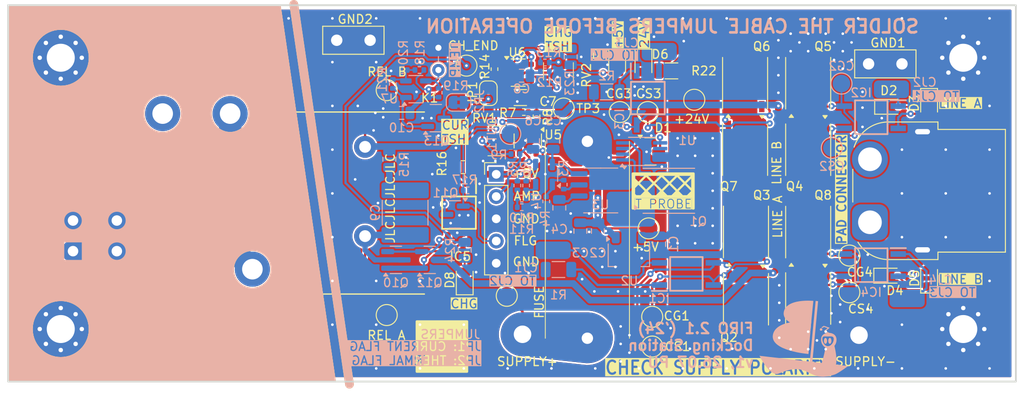
<source format=kicad_pcb>
(kicad_pcb (version 20240108) (generator "pcbnew") (generator_version "8.0")
  (layers (0 "F.Cu" signal) (31 "B.Cu" signal) (34 "B.Paste" user) (35 "F.Paste" user) (36 "B.SilkS" user "B.Silkscreen") (37 "F.SilkS" user "F.Silkscreen") (38 "B.Mask" user) (39 "F.Mask" user) (44 "Edge.Cuts" user))
  (net 0 "")
  (net 1 "GND")
  (net 2 "+24V")
  (net 3 "+5V")
  (net 4 "Net-(U6-+)")
  (net 5 "Net-(Q10-D)")
  (net 6 "Net-(C9-Pad2)")
  (net 7 "Net-(U1-GND)")
  (net 8 "SENSE+")
  (net 9 "/LINE_B")
  (net 10 "/LINE_A")
  (net 11 "/CS_1")
  (net 12 "Net-(IC1-A_2)")
  (net 13 "Net-(IC1-A_1)")
  (net 14 "/SUPPLY+")
  (net 15 "Net-(IC2-A_2)")
  (net 16 "/CS_2")
  (net 17 "Net-(IC3-A_2)")
  (net 18 "/CS_3")
  (net 19 "Net-(IC3-A_1)")
  (net 20 "Net-(IC4-A_2)")
  (net 21 "/CS_4")
  (net 22 "Net-(IC5-K_2)")
  (net 23 "Net-(IC5-K_1)")
  (net 24 "Net-(IC5-A_2)")
  (net 25 "Net-(IC5-A_1)")
  (net 26 "/AMP_OUT")
  (net 27 "Net-(D4-A)")
  (net 28 "/CS_VOUT")
  (net 29 "Net-(JP1-A)")
  (net 31 "SENSE-")
  (net 32 "Net-(Q1-G)")
  (net 33 "Net-(U4--)")
  (net 34 "Net-(R9-Pad1)")
  (net 35 "Net-(U6--)")
  (net 36 "Net-(U5-+)")
  (net 40 "Net-(CJ1-Pin_1)")
  (net 41 "Net-(CJ2-Pin_1)")
  (net 42 "Net-(CJ3-Pin_1)")
  (net 43 "Net-(CJ4-Pin_1)")
  (net 45 "Net-(D5-A)")
  (net 46 "Net-(D6-A)")
  (net 47 "Net-(JP2-A)")
  (net 48 "Net-(Q13-G)")
  (net 57 "CHARGING")
  (net 58 "FLAG_LED")
  (net 59 "Net-(U7-+)")
  (net 60 "Net-(U7--)")
  (net 61 "Net-(U4-+)")
  (net 62 "Net-(U3-FILTER)")
  (net 63 "Net-(D2-A)")
  (net 64 "Net-(D3-A)")
  (net 65 "Net-(D7-A)")
  (net 66 "Net-(D8-A)")
  (net 76 "Net-(J5-Pin_1)")
  (net 77 "Net-(J5-Pin_2)")
  (net 78 "Net-(R8-Pad2)")
  (net 79 "Net-(R10-Pad2)")
  (net 80 "Net-(R12-Pad1)")
  (footprint "TestPoint:TestPoint_Pad_D2.0mm" (layer "F.Cu") (at 160.5 117.6)
    (property "Reference" "CG1")
    (property "Value" "TestPoint")
  )
  (footprint "Resistor_SMD:R_0402_1005Metric" (layer "F.Cu") (at 145.85 94.2 180)
    (property "Reference" "R7")
    (property "Value" "500k")
  )
  (footprint "TestPoint:TestPoint_Pad_D2.0mm" (layer "F.Cu") (at 160.1 107.5)
    (property "Reference" "TP8" (hide yes))
    (property "Value" "TestPoint")
  )
  (footprint "Resistor_SMD:R_0402_1005Metric" (layer "F.Cu") (at 147.3 94.69 -90)
    (property "Reference" "R8")
    (property "Value" "50k")
  )
  (footprint "firo_footprints:PowerPAK_SO-8DC for VISHAY SIDR392DP-T1-GE3" (layer "F.Cu") (at 178.3 107.92 90)
    (property "Reference" "Q8")
    (property "Value" "SIDR392DP-T1-GE3")
  )
  (footprint "firo_footprints:14 AWG THT" (layer "F.Cu") (at 184.1 119.7)
    (property "Reference" "J2" (hide yes))
    (property "Value" "SUPPLY-")
  )
  (footprint "Symbol:Symbol_HighVoltage_Triangle_8x7mm_SScr" (layer "F.Cu") (at 95 97)
    (property "Reference" "REF**" (hide yes))
    (property "Value" "Symbol_HighVoltage_Triangle_8x7mm_SScr" (hide yes))
  )
  (footprint "LED_SMD:LED_0805_2012Metric" (layer "F.Cu") (at 192.1 113.2 90)
    (property "Reference" "D5")
    (property "Value" "B3V1")
  )
  (footprint "TestPoint:TestPoint_Pad_D2.0mm" (layer "F.Cu") (at 143.9 115.2)
    (property "Reference" "TP1" (hide yes))
    (property "Value" "TestPoint")
  )
  (footprint "TestPoint:TestPoint_Pad_D2.0mm" (layer "F.Cu") (at 183 114.8)
    (property "Reference" "CS4")
    (property "Value" "TestPoint")
  )
  (footprint "LED_SMD:LED_0805_2012Metric" (layer "F.Cu") (at 192.1 93.2 -90)
    (property "Reference" "D3")
    (property "Value" "B3V1")
  )
  (footprint "TestPoint:TestPoint_Pad_D2.0mm" (layer "F.Cu") (at 183 110.6)
    (property "Reference" "CG4")
    (property "Value" "TestPoint")
  )
  (footprint "firo_footprints:PowerPAK_SO-8DC for VISHAY SIDR392DP-T1-GE3" (layer "F.Cu") (at 178.3 98.51 -90)
    (property "Reference" "Q4")
    (property "Value" "SIDR392DP-T1-GE3")
  )
  (footprint "firo_footprints:BOURNS_3313J-1_SMD" (layer "F.Cu") (at 142.35 97.5 -90)
    (property "Reference" "RV1")
    (property "Value" "20k")
  )
  (footprint "Resistor_SMD:R_1206_3216Metric" (layer "F.Cu") (at 162.7 89.5 180)
    (property "Reference" "R22")
    (property "Value" "2k2")
  )
  (footprint "firo_footprints:PowerPAK_SO-8DC for VISHAY SIDR392DP-T1-GE3" (layer "F.Cu") (at 171.1 98.5 -90)
    (property "Reference" "Q7")
    (property "Value" "SIDR392DP-T1-GE3")
  )
  (footprint "Package_TO_SOT_SMD:SOT-23" (layer "F.Cu") (at 160.3 98.7)
    (property "Reference" "D1")
    (property "Value" "MMBD1205")
  )
  (footprint "Diode_SMD:D_SOD-323F" (layer "F.Cu") (at 187.4 112.9)
    (property "Reference" "D4")
    (property "Value" "RB560VM-40TE-17")
  )
  (footprint "Package_TO_SOT_SMD:SOT-23-5" (layer "F.Cu") (at 146.3 97.5 -90)
    (property "Reference" "U5")
    (property "Value" "MCP6561T-E/OT")
  )
  (footprint "TestPoint:TestPoint_Bridge_Pitch3.81mm_Drill1.3mm" (layer "F.Cu") (at 189.005 88.7 180)
    (property "Reference" "GND1")
    (property "Value" "TestPoint")
  )
  (footprint "firo_footprints:14 AWG THT" (layer "F.Cu") (at 145.7 119.6)
    (property "Reference" "J1" (hide yes))
    (property "Value" "SUPPLY+")
  )
  (footprint "firo_footprints:PowerPAK_SO-8DC for VISHAY SIDR392DP-T1-GE3" (layer "F.Cu") (at 171.2 107.9 90)
    (property "Reference" "Q3")
    (property "Value" "SIDR392DP-T1-GE3")
  )
  (footprint "TestPoint:TestPoint_Pad_D2.0mm" (layer "F.Cu") (at 165.3 92.8)
    (property "Reference" "TP7" (hide yes))
    (property "Value" "TestPoint")
  )
  (footprint "firo_footprints:firo_fuse" (layer "F.Cu") (at 153.1 108.8 90)
    (property "Reference" "F1" (hide yes))
    (property "Value" "Fuse")
  )
  (footprint "Resistor_SMD:R_0805_2012Metric" (layer "F.Cu") (at 138.9125 100.5)
    (property "Reference" "R16")
    (property "Value" "240")
  )
  (footprint "firo_ID:FIRO2.1 (h=5mm) INV" (layer "F.Cu") (at 111.265626 121.323583)
    (property "Reference" "REF**" (hide yes))
    (property "Value" "FIRO2.1 (h=5mm) INV" (hide yes))
  )
  (footprint "TestPoint:TestPoint_Bridge_Pitch3.81mm_Drill1.3mm" (layer "F.Cu") (at 124.495 86)
    (property "Reference" "GND2")
    (property "Value" "TestPoint")
  )
  (footprint "MountingHole:MountingHole_3.2mm_M3_Pad_Via" (layer "F.Cu") (at 196 88)
    (property "Reference" "H4" (hide yes))
    (property "Value" "MountingHole_Pad")
  )
  (footprint "MountingHole:MountingHole_3.2mm_M3_Pad_Via" (layer "F.Cu") (at 93 88)
    (property "Reference" "H3" (hide yes))
    (property "Value" "MountingHole_Pad")
  )
  (footprint "firo_footprints:PowerPAK_SO-8DC for VISHAY SIDR392DP-T1-GE3" (layer "F.Cu") (at 178.3 115.51 -90)
    (property "Reference" "Q9")
    (property "Value" "SIDR392DP-T1-GE3")
  )
  (footprint "TestPoint:TestPoint_Pad_D2.0mm" (layer "F.Cu") (at 139.3 88.9)
    (property "Reference" "TP4" (hide yes))
    (property "Value" "TestPoint")
  )
  (footprint "firo_footprints:Relpol R40N" (layer "F.Cu") (at 114.75 101.2 180)
    (property "Reference" "K1")
    (property "Value" "RELPOL R40N-3021-85-1024")
  )
  (footprint "firo_footprints:AMASS_XT60PW-F-MP" (layer "F.Cu") (at 185.35 106.8 -90)
    (property "Reference" "J4" (hide yes))
    (property "Value" "XT60")
  )
  (footprint "firo_footprints:SOP254P675X240-4N" (layer "F.Cu") (at 138.45 105.7 -90)
    (property "Reference" "IC5")
    (property "Value" "VOM1271T" (hide yes))
  )
  (footprint "firo_footprints:WAGO 2601-3102" (layer "F.Cu") (at 99.4 110.1 90)
    (property "Reference" "J5" (hide yes))
    (property "Value" "WAGO" (hide yes))
  )
  (footprint "TestPoint:TestPoint_Pad_D2.0mm" (layer "F.Cu") (at 160 94.2)
    (property "Reference" "CS3")
    (property "Value" "TestPoint")
  )
  (footprint "MountingHole:MountingHole_3.2mm_M3_Pad_Via" (layer "F.Cu") (at 93 119)
    (property "Reference" "H1" (hide yes))
    (property "Value" "MountingHole_Pad")
  )
  (footprint "Package_TO_SOT_SMD:SOT-23-5" (layer "F.Cu") (at 145.2 89.7)
    (property "Reference" "U6")
    (property "Value" "MCP6561T-E/OT")
  )
  (footprint "TestPoint:TestPoint_Pad_D2.0mm" (layer "F.Cu") (at 130.2 91.7)
    (property "Reference" "TP6" (hide yes))
    (property "Value" "TestPoint")
  )
  (footprint "LED_SMD:LED_0805_2012Metric" (layer "F.Cu") (at 159.5 88.7 -90)
    (property "Reference" "D6")
    (property "Value" "G2V4")
  )
  (footprint "Diode_SMD:D_SOD-323F" (layer "F.Cu") (at 187.5 93.6)
    (property "Reference" "D2")
    (property "Value" "RB560VM-40TE-17")
  )
  (footprint "Connector_PinHeader_2.54mm:PinHeader_1x05_P2.54mm_Vertical" (layer "F.Cu") (at 142.7 101.32)
    (property "Reference" "J3" (hide yes))
    (property "Value" "Conn_01x05_Pin")
  )
  (footprint "TestPoint:TestPoint_Pad_D2.0mm" (layer "F.Cu") (at 130.2 117.4 180)
    (property "Reference" "TP5" (hide yes))
    (property "Value" "TestPoint")
  )
  (footprint "firo_footprints:BOURNS_3313J-1_SMD" (layer "F.Cu") (at 149.8 89.95)
    (property "Reference" "RV2")
    (property "Value" "20k")
  )
  (footprint "firo_footprints:PowerPAK_SO-8DC for VISHAY SIDR392DP-T1-GE3" (layer "F.Cu") (at 171.1 90.91 90)
    (property "Reference" "Q6")
    (property "Value" "SIDR392DP-T1-GE3")
  )
  (footprint "firo_footprints:PowerPAK_SO-8DC for VISHAY SIDR392DP-T1-GE3" (layer "F.Cu") (at 178.3 90.91 90)
    (property "Reference" "Q5")
    (property "Value" "SIDR392DP-T1-GE3")
  )
  (footprint "firo_footprints:PowerPAK_SO-8DC for VISHAY SIDR392DP-T1-GE3" (layer "F.Cu") (at 171.2 115.59 -90)
    (property "Reference" "Q2")
    (property "Value" "SIDR392DP-T1-GE3")
  )
  (footprint "TestPoint:TestPoint_Pad_D2.0mm" (layer "F.Cu") (at 150.4 93.8)
    (property "Reference" "TP3")
    (property "Value" "TestPoint")
  )
  (footprint "TestPoint:TestPoint_Pad_D2.0mm" (layer "F.Cu") (at 156.8 94.2)
    (property "Reference" "CG3")
    (property "Value" "TestPoint")
  )
  (footprint "LED_SMD:LED_0805_2012Metric" (layer "F.Cu") (at 139.1 113.4 90)
    (property "Reference" "D8")
    (property "Value" "B3V1")
  )
  (footprint "TestPoint:TestPoint_Pad_D2.0mm" (layer "F.Cu") (at 160.5 121)
    (property "Reference" "CS1")
    (property "Value" "TestPoint")
  )
  (footprint "MountingHole:MountingHole_3.2mm_M3_Pad_Via" (layer "F.Cu") (at 196 119)
    (property "Reference" "H2" (hide yes))
    (property "Value" "MountingHole_Pad")
  )
  (footprint "Jumper:SolderJumper-2_P1.3mm_Bridged2Bar_RoundedPad1.0x1.5mm" (layer "F.Cu") (at 141.8 92.05 -90)
    (property "Reference" "JP1")
    (property "Value" "Jumper_2_Small_Bridged")
  )
  (footprint "LED_SMD:LED_0805_2012Metric" (layer "F.Cu") (at 156.5 88.7 -90)
    (property "Reference" "D7")
    (property "Value" "G2V4")
  )
  (footprint "Resistor_SMD:R_0402_1005Metric" (layer "F.Cu") (at 142.5 89.3 90)
    (property "Reference" "R14")
    (property "Value" "1k")
  )
  (footprint "Capacitor_SMD:C_1206_3216Metric" (layer "F.Cu") (at 145.45 92.55 180)
    (property "Reference" "C7")
    (property "Value" "100u")
  )
  (footprint "Capacitor_SMD:C_0805_2012Metric" (layer "B.Cu") (at 154.3 107.8 -90)
    (property "Reference" "C2")
    (property "Value" "100nF")
  )
  (footprint "firo_footprints:PowerPAK_SO-8DC for VISHAY SIDR392DP-T1-GE3" (layer "B.Cu") (at 162.4 103.2)
    (property "Reference" "Q1")
    (property "Value" "SIDR392DP-T1-GE3")
  )
  (footprint "Capacitor_SMD:C_0805_2012Metric" (layer "B.Cu") (at 131.9 94.3 180)
    (property "Reference" "C10")
    (property "Value" "100nF")
  )
  (footprint "Jumper:SolderJumper-2_P1.3mm_Bridged2Bar_RoundedPad1.0x1.5mm" (layer "B.Cu") (at 138.4 93.1)
    (property "Reference" "JP2")
    (property "Value" "Jumper_2_Small_Bridged")
  )
  (footprint "Resistor_SMD:R_0402_1005Metric" (layer "B.Cu") (at 132.0325 89.4 180)
    (property "Reference" "R20")
    (property "Value" "10k")
  )
  (footprint "Package_TO_SOT_SMD:SOT-23" (layer "B.Cu") (at 135.1125 111.1)
    (property "Reference" "Q12")
    (property "Value" "2N7002K")
  )
  (footprint "Package_TO_SOT_SMD:SOT-23" (layer "B.Cu") (at 131.25 111.1)
    (property "Reference" "Q10")
    (property "Value" "2N7002K")
  )
  (footprint "Resistor_SMD:R_0805_2012Metric" (layer "B.Cu") (at 139.1 110 -90)
    (property "Reference" "R24")
    (property "Value" "240")
  )
  (footprint "firo_footprints:SOP254P675X240-4N" (layer "B.Cu") (at 185.5 94.8 180)
    (property "Reference" "IC2")
    (property "Value" "VOM1271T" (hide yes))
  )
  (footprint "Resistor_SMD:R_1206_3216Metric" (layer "B.Cu") (at 155.3 91.9 180)
    (property "Reference" "R2")
    (property "Value" "1k2")
  )
  (footprint "Capacitor_SMD:C_0805_2012Metric" (layer "B.Cu") (at 152.3 107.8 -90)
    (property "Reference" "C3")
    (property "Value" "100nF")
  )
  (footprint "firo_footprints:SOP254P675X240-4N" (layer "B.Cu") (at 160 92.6 -90)
    (property "Reference" "IC3")
    (property "Value" "VOM1271T" (hide yes))
  )
  (footprint "Resistor_SMD:R_0402_1005Metric" (layer "B.Cu") (at 144.9 99)
    (property "Reference" "R9")
    (property "Value" "10k")
  )
  (footprint "Capacitor_SMD:C_0805_2012Metric" (layer "B.Cu") (at 149.9 105.15 -90)
    (property "Reference" "C4")
    (property "Value" "1nF")
  )
  (footprint "Package_TO_SOT_SMD:SOT-89-3" (layer "B.Cu") (at 157.8375 110.5 -90)
    (property "Reference" "U2")
    (property "Value" "L78L05AB")
  )
  (footprint "Resistor_THT:R_Axial_DIN0204_L3.6mm_D1.6mm_P2.54mm_Vertical" (layer "B.Cu") (at 136.1 89.4 90)
    (property "Reference" "TH1" (hide yes))
    (property "Value" "Thermistor")
  )
  (footprint "Capacitor_SMD:C_0805_2012Metric" (layer "B.Cu") (at 161.3 109.3 -90)
    (property "Reference" "C1")
    (property "Value" "330nF")
  )
  (footprint "BLUE_ID:BLUE_boat_supersmall" (layer "B.Cu") (at 178.069342 121.232688 180)
    (property "Reference" "REF**" (hide yes))
    (property "Value" "BLUE_boat_supersmall")
  )
  (footprint "Capacitor_SMD:C_0805_2012Metric" (layer "B.Cu") (at 149.2 97.5 90)
    (property "Reference" "C5")
    (property "Value" "100nF")
  )
  (footprint "Package_TO_SOT_SMD:SOT-23-5" (layer "B.Cu") (at 148.15 101.3375 90)
    (property "Reference" "U4")
    (property "Value" "LMV321IYLT")
  )
  (footprint "Resistor_SMD:R_0402_1005Metric" (layer "B.Cu") (at 148.25 88.55 180)
    (property "Reference" "R13")
    (property "Value" "150k")
  )
  (footprint "Package_TO_SOT_SMD:SOT-23" (layer "B.Cu") (at 138 105.9 180)
    (property "Reference" "Q11")
    (property "Value" "2N7002K")
  )
  (footprint "Resistor_SMD:R_0402_1005Metric" (layer "B.Cu") (at 145.11 102.6 90)
    (property "Reference" "R5")
    (property "Value" "4k7")
  )
  (footprint "Resistor_SMD:R_0402_1005Metric" (layer "B.Cu") (at 130.9 90.99 -90)
    (property "Reference" "R21")
    (property "Value" "150k")
  )
  (footprint "Resistor_SMD:R_0402_1005Metric" (layer "B.Cu") (at 148.25 89.55 180)
    (property "Reference" "R12")
    (property "Value" "10k")
  )
  (footprint "firo_footprints:SOP254P675X240-4N" (layer "B.Cu") (at 185.5 111.7 180)
    (property "Reference" "IC4")
    (property "Value" "VOM1271T" (hide yes))
  )
  (footprint "Resistor_SMD:R_0402_1005Metric" (layer "B.Cu") (at 145.61 105.08 180)
    (property "Reference" "R11")
    (property "Value" "4k7")
  )
  (footprint "Package_TO_SOT_SMD:SOT-23-5" (layer "B.Cu") (at 133.5225 91.59)
    (property "Reference" "U7")
    (property "Value" "MCP6561T-E/OT")
  )
  (footprint "Package_SO:SOIC-8_3.9x4.9mm_P1.27mm" (layer "B.Cu") (at 154.625 103.165 180)
    (property "Reference" "U3")
    (property "Value" "ACS712xLCTR-20A")
  )
  (footprint "Package_TO_SOT_SMD:SOT-23" (layer "B.Cu") (at 135.8 94.9)
    (property "Reference" "Q13")
    (property "Value" "2N7002K")
  )
  (footprint "Package_SO:MSOP-8_3x3mm_P0.65mm" (layer "B.Cu") (at 159.3 98.7)
    (property "Reference" "U1")
    (property "Value" "LTC4357MS8")
  )
  (footprint "firo_footprints:20AWG SMD" (layer "B.Cu") (at 187.8 91.6 -90)
    (property "Reference" "CJ2")
    (property "Value" "~")
  )
  (footprint "Resistor_SMD:R_0402_1005Metric" (layer "B.Cu") (at 145.6 104.08 180)
    (property "Reference" "R10")
    (property "Value" "10k")
  )
  (footprint "Resistor_SMD:R_1206_3216Metric" (layer "B.Cu") (at 149.8 112.2 180)
    (property "Reference" "R1")
    (property "Value" "1k2")
  )
  (footprint "firo_footprints:SOP254P675X240-4N" (layer "B.Cu") (at 164.4 112.7)
    (property "Reference" "IC1")
    (property "Value" "VOM1271T" (hide yes))
  )
  (footprint "Capacitor_SMD:C_0805_2012Metric" (layer "B.Cu") (at 146.9 97.5 90)
    (property "Reference" "C6")
    (property "Value" "100nF")
  )
  (footprint "firo_footprints:20AWG SMD" (layer "B.Cu") (at 161.3 87.3 -90)
    (property "Reference" "CJ3")
    (property "Value" "~")
  )
  (footprint "Resistor_SMD:R_0805_2012Metric" (layer "B.Cu") (at 130.5 99.6 -90)
    (property "Reference" "R15")
    (property "Value" "240")
  )
  (footprint "Resistor_SMD:R_0402_1005Metric" (layer "B.Cu") (at 146.11 102.6 90)
    (property "Reference" "R6")
    (property "Value" "100k")
  )
  (footprint "Resistor_SMD:R_0402_1005Metric" (layer "B.Cu") (at 150.4 102.5 -90)
    (property "Reference" "R3")
    (property "Value" "10k")
  )
  (footprint "TestPoint:TestPoint_Pad_D2.0mm" (layer "B.Cu") (at 182.1 90.95 180)
    (property "Reference" "CG2")
    (property "Value" "TestPoint")
  )
  (footprint "firo_footprints:20AWG SMD" (layer "B.Cu") (at 189.6 115.5 90)
    (property "Reference" "CJ4")
    (property "Value" "~")
  )
  (footprint "TestPoint:TestPoint_Pad_D2.0mm" (layer "B.Cu") (at 181 98.3 180)
    (property "Reference" "CS2")
    (property "Value" "TestPoint")
  )
  (footprint "Capacitor_SMD:C_0805_2012Metric" (layer "B.Cu") (at 145.6 90.05 180)
    (property "Reference" "C8")
    (property "Value" "100nF")
  )
  (footprint "Capacitor_SMD:C_2220_5750Metric" (layer "B.Cu") (at 132.3 105.7 90)
    (property "Reference" "C9")
    (property "Value" "47uF")
  )
  (footprint "firo_footprints:20AWG SMD" (layer "B.Cu") (at 149.2 110 -90)
    (property "Reference" "CJ1")
    (property "Value" "~")
  )
  (footprint "Resistor_SMD:R_0805_2012Metric" (layer "B.Cu") (at 151.2 87.9 -90)
    (property "Reference" "R23")
    (property "Value" "240")
  )
  (footprint "Resistor_SMD:R_0402_1005Metric" (layer "B.Cu") (at 133.9325 89.4 180)
    (property "Reference" "R18")
    (property "Value" "10k")
  )
  (footprint "Resistor_SMD:R_0402_1005Metric" (layer "B.Cu") (at 139.44 103.15 180)
    (property "Reference" "R17")
    (property "Value" "68k")
  )
  (footprint "TestPoint:TestPoint_Pad_D2.0mm" (layer "B.Cu") (at 144.3 96.7 180)
    (property "Reference" "TP2" (hide yes))
    (property "Value" "TestPoint")
  )
  (footprint "Resistor_SMD:R_0402_1005Metric" (layer "B.Cu") (at 148.4 104.41 -90)
    (property "Reference" "R4")
    (property "Value" "100k")
  )
  (footprint "Resistor_SMD:R_0402_1005Metric" (layer "B.Cu") (at 136.1225 91.99 90)
    (property "Reference" "R19")
    (property "Value" "1k5")
  )
  (gr_line (start 119.6 81.9) (end 125.95 125.3) (stroke (width 1)) (layer "B.SilkS"))
  (gr_poly (pts (xy 126.060904 120.263783) (xy 125.653165 120.263607) (xy 126.000076 122.490013) (xy 126.000076 120.790013)) (fill solid) (layer "B.SilkS"))
  (gr_line (start 121.7 115) (end 134.5 115) (stroke (width 0.15)) (layer "F.SilkS"))
  (gr_line (start 118.5 94.2) (end 134.5 94.2) (stroke (width 0.15)) (layer "F.SilkS"))
  (gr_line (start 119.6 81.9) (end 125.95 125.3) (stroke (width 1)) (layer "F.SilkS"))
  (gr_rect (start 87 82) (end 202 125) (stroke (width 0.2)) (fill none) (layer "Edge.Cuts"))
  (gr_text "OUT1" (at 142.8 94.7 90) (layer "B.SilkS") (effects (font (size 1 1)) (justify left bottom mirror)))
  (gr_text "SOLDER THE CABLE JUMPERS BEFORE OPERATION" (at 191.1 85.3 0) (layer "B.SilkS") (effects (font (size 1.5 1.5) (thickness 0.3) (bold yes)) (justify left bottom mirror)))
  (gr_text "TEMP" (at 138.6 86.3 90) (layer "B.SilkS" knockout) (effects (font (size 1 1)) (justify left bottom mirror)))
  (gr_text "FIRO 2.1 ('24)\nDocking Station\nv1, 26.07 PU" (at 172.2 123.5 0) (layer "B.SilkS") (effects (font (size 1.2 1.2) (thickness 0.24) (bold yes)) (justify left bottom mirror)))
  (gr_text "TO CJ4\n" (at 158.9 88.3 0) (layer "B.SilkS" knockout) (effects (font (size 1 1)) (justify left bottom mirror)))
  (gr_text "TO CJ2" (at 147.3 114.1 0) (layer "B.SilkS" knockout) (effects (font (size 1 1)) (justify left bottom mirror)))
  (gr_text "JP1: CURRENT FLAG\nJP2: THERMAL FLAG" (at 141.06 123.19 0) (layer "B.SilkS" knockout) (effects (font (size 1 1)) (justify left bottom mirror)))
  (gr_text "JUMPERS" (at 140.97 120.19 0) (layer "B.SilkS") (effects (font (size 1 1)) (justify left bottom mirror)))
  (gr_text "TO CJ3" (at 197.5 115.4 0) (layer "B.SilkS" knockout) (effects (font (size 1 1)) (justify left bottom mirror)))
  (gr_text "TO CJ1\n" (at 195.6 93 0) (layer "B.SilkS" knockout) (effects (font (size 1 1)) (justify left bottom mirror)))
  (gr_text "LINE B" (at 193.1 113.9 -0) (layer "F.SilkS" knockout) (effects (font (size 1 1)) (justify left bottom)))
  (gr_text "CHECK SUPPLY POLARITY" (at 155 124.3 0) (layer "F.SilkS" knockout) (effects (font (size 1.5 1.35) (thickness 0.25) (bold yes)) (justify left bottom)))
  (gr_text "T PROBE" (at 158.5 105.3 0) (layer "F.SilkS" knockout) (effects (font (size 1 1) (thickness 0.1)) (justify left bottom)))
  (gr_text "CH_END\n" (at 137.1 87.2 0) (layer "F.SilkS") (effects (font (size 1 1)) (justify left bottom)))
  (gr_text "LINE B" (at 175.3 102.6 90) (layer "F.SilkS") (effects (font (size 1 1)) (justify left bottom)))
  (gr_text "24V" (at 160.2 87 90) (layer "F.SilkS" knockout) (effects (font (size 1 1.1)) (justify left bottom)))
  (gr_text "SUPPLY+\n" (at 142.7 123.3 0) (layer "F.SilkS") (effects (font (size 1 1)) (justify left bottom)))
  (gr_text "LINE A" (at 193.1 93.8 0) (layer "F.SilkS" knockout) (effects (font (size 1 1)) (justify left bottom)))
  (gr_text "REL B" (at 127.9 90.2 0) (layer "F.SilkS") (effects (font (size 1 1)) (justify left bottom)))
  (gr_text "SUPPLY-" (at 181.3 123.3 0) (layer "F.SilkS") (effects (font (size 1 1)) (justify left bottom)))
  (gr_text "FLG" (at 144.6 109.5 0) (layer "F.SilkS") (effects (font (size 1 1)) (justify left bottom)))
  (gr_text "GND" (at 144.5 111.9 0) (layer "F.SilkS") (effects (font (size 1 1)) (justify left bottom)))
  (gr_text "PAD CONNECTOR" (at 182.710664 109.428933 90) (layer "F.SilkS" knockout) (effects (font (size 1 1) (thickness 0.2) (bold yes)) (justify left bottom)))
  (gr_text "REL A\n" (at 127.9 120.3 0) (layer "F.SilkS") (effects (font (size 1 1)) (justify left bottom)))
  (gr_text "#" (at 133.5 122.8 0) (layer "F.SilkS" knockout) (effects (font (size 1 1)) (justify left bottom)))
  (gr_text "AMP" (at 144.6 104.4 0) (layer "F.SilkS") (effects (font (size 1 1)) (justify left bottom)))
  (gr_text "GND" (at 144.5 107 0) (layer "F.SilkS") (effects (font (size 1 1)) (justify left bottom)))
  (gr_text "+5V" (at 158.1 110.2 0) (layer "F.SilkS") (effects (font (size 1 1)) (justify left bottom)))
  (gr_text "LINE A" (at 175.4 108.7 90) (layer "F.SilkS") (effects (font (size 1 1)) (justify left bottom)))
  (gr_text "+24V" (at 162.9 95.6 0) (layer "F.SilkS") (effects (font (size 1 1)) (justify left bottom)))
  (gr_text "JLCJLCJLCJLC" (at 131.2 109.3 90) (layer "F.SilkS") (effects (font (size 1 1)) (justify left bottom)))
  (gr_text "+5V" (at 157.2 87.0625 90) (layer "F.SilkS" knockout) (effects (font (size 1 1)) (justify left bottom)))
  (gr_text "CHG\nTSH" (at 148.2 87.3 0) (layer "F.SilkS" knockout) (effects (font (size 1 1)) (justify left bottom)))
  (gr_text "+5V" (at 144.4 101.8 0) (layer "F.SilkS") (effects (font (size 1 1)) (justify left bottom)))
  (gr_text "CHG" (at 137.4 116.7 0) (layer "F.SilkS" knockout) (effects (font (size 1 1)) (justify left bottom)))
  (gr_text "CUR\nTSH" (at 136.4 97.9 0) (layer "F.SilkS" knockout) (effects (font (size 1 1)) (justify left bottom)))
  (via (at 124 98.5) (size 0.7) (drill 0.3) (layers "F.Cu" "B.Cu") (net 1))
  (via (at 189 103.5) (size 0.7) (drill 0.3) (layers "F.Cu" "B.Cu") (net 1))
  (via (at 164 123.5) (size 0.7) (drill 0.3) (layers "F.Cu" "B.Cu") (net 1))
  (via (at 129 113.5) (size 0.7) (drill 0.3) (layers "F.Cu" "B.Cu") (net 1))
  (via (at 152.5 113.3) (size 0.7) (drill 0.3) (layers "F.Cu" "B.Cu") (net 1))
  (via (at 180.95 117.2) (size 0.7) (drill 0.3) (layers "F.Cu" "B.Cu") (net 1))
  (via (at 199 123.5) (size 0.7) (drill 0.3) (layers "F.Cu" "B.Cu") (net 1))
  (via (at 155.4 86.5) (size 0.7) (drill 0.3) (layers "F.Cu" "B.Cu") (net 1))
  (via (at 164.8 121.25) (size 0.7) (drill 0.3) (layers "F.Cu" "B.Cu") (net 1))
  (via (at 194 123.5) (size 0.7) (drill 0.3) (layers "F.Cu" "B.Cu") (net 1))
  (via (at 184 83.5) (size 0.7) (drill 0.3) (layers "F.Cu" "B.Cu") (net 1))
  (via (at 124 108.5) (size 0.7) (drill 0.3) (layers "F.Cu" "B.Cu") (net 1))
  (via (at 186.7 94.9) (size 0.7) (drill 0.3) (layers "F.Cu" "B.Cu") (net 1))
  (via (at 144 83.5) (size 0.7) (drill 0.3) (layers "F.Cu" "B.Cu") (net 1))
  (via (at 159.7 114.7) (size 0.7) (drill 0.3) (layers "F.Cu" "B.Cu") (net 1))
  (via (at 185.1 110.5) (size 0.7) (drill 0.3) (layers "F.Cu" "B.Cu") (net 1))
  (via (at 124 113.5) (size 0.7) (drill 0.3) (layers "F.Cu" "B.Cu") (net 1))
  (via (at 126.9 93.5) (size 0.7) (drill 0.3) (layers "F.Cu" "B.Cu") (net 1))
  (via (at 144 123.5) (size 0.7) (drill 0.3) (layers "F.Cu" "B.Cu") (net 1))
  (via (at 133.6 91.9) (size 0.7) (drill 0.3) (layers "F.Cu" "B.Cu") (net 1))
  (via (at 139 118.5) (size 0.7) (drill 0.3) (layers "F.Cu" "B.Cu") (net 1))
  (via (at 159 83.5) (size 0.7) (drill 0.3) (layers "F.Cu" "B.Cu") (net 1))
  (via (at 159 123.5) (size 0.7) (drill 0.3) (layers "F.Cu" "B.Cu") (net 1))
  (via (at 182.25 87.25) (size 0.7) (drill 0.3) (layers "F.Cu" "B.Cu") (net 1))
  (via (at 148.6 93) (size 0.7) (drill 0.3) (layers "F.Cu" "B.Cu") (net 1))
  (via (at 130.7 89.5) (size 0.7) (drill 0.3) (layers "F.Cu" "B.Cu") (net 1))
  (via (at 176.3 121.3) (size 0.7) (drill 0.3) (layers "F.Cu" "B.Cu") (net 1))
  (via (at 160.7 85.6) (size 0.7) (drill 0.3) (layers "F.Cu" "B.Cu") (net 1))
  (via (at 174.9 92) (size 0.7) (drill 0.3) (layers "F.Cu" "B.Cu") (net 1))
  (via (at 159.3 110.9) (size 0.7) (drill 0.3) (layers "F.Cu" "B.Cu") (net 1))
  (via (at 169 83.5) (size 0.7) (drill 0.3) (layers "F.Cu" "B.Cu") (net 1))
  (via (at 152 92) (size 0.7) (drill 0.3) (layers "F.Cu" "B.Cu") (net 1))
  (via (at 159.854421 98.748132) (size 0.7) (drill 0.3) (layers "F.Cu" "B.Cu") (net 1))
  (via (at 129.8 93.8) (size 0.7) (drill 0.3) (layers "F.Cu" "B.Cu") (net 1))
  (via (at 175 114) (size 0.7) (drill 0.3) (layers "F.Cu" "B.Cu") (net 1))
  (via (at 178.3 119.3) (size 0.7) (drill 0.3) (layers "F.Cu" "B.Cu") (net 1))
  (via (at 142.4 97.4) (size 0.7) (drill 0.3) (layers "F.Cu" "B.Cu") (net 1))
  (via (at 152 91) (size 0.7) (drill 0.3) (layers "F.Cu" "B.Cu") (net 1))
  (via (at 184.5 93.7) (size 0.7) (drill 0.3) (layers "F.Cu" "B.Cu") (net 1))
  (via (at 119 83.5) (size 0.7) (drill 0.3) (layers "F.Cu" "B.Cu") (net 1))
  (via (at 156.6 114.7) (size 0.7) (drill 0.3) (layers "F.Cu" "B.Cu") (net 1))
  (via (at 174 83.5) (size 0.7) (drill 0.3) (layers "F.Cu" "B.Cu") (net 1))
  (via (at 152 90) (size 0.7) (drill 0.3) (layers "F.Cu" "B.Cu") (net 1))
  (via (at 153.3 107.9) (size 0.7) (drill 0.3) (layers "F.Cu" "B.Cu") (net 1))
  (via (at 152.4 87.9) (size 0.7) (drill 0.3) (layers "F.Cu" "B.Cu") (net 1))
  (via (at 181.95 118.2) (size 0.7) (drill 0.3) (layers "F.Cu" "B.Cu") (net 1))
  (via (at 180.3 85.25) (size 0.7) (drill 0.3) (layers "F.Cu" "B.Cu") (net 1))
  (via (at 132.4 99.4) (size 0.7) (drill 0.3) (layers "F.Cu" "B.Cu") (net 1))
  (via (at 158.5 91.3) (size 0.7) (drill 0.3) (layers "F.Cu" "B.Cu") (net 1))
  (via (at 154 83.5) (size 0.7) (drill 0.3) (layers "F.Cu" "B.Cu") (net 1))
  (via (at 134 123.5) (size 0.7) (drill 0.3) (layers "F.Cu" "B.Cu") (net 1))
  (via (at 155.3 91.9) (size 0.7) (drill 0.3) (layers "F.Cu" "B.Cu") (net 1))
  (via (at 134 113.5) (size 0.7) (drill 0.3) (layers "F.Cu" "B.Cu") (net 1))
  (via (at 149 123.5) (size 0.7) (drill 0.3) (layers "F.Cu" "B.Cu") (net 1))
  (via (at 160.4 96.9) (size 0.7) (drill 0.3) (layers "F.Cu" "B.Cu") (net 1))
  (via (at 174 123.5) (size 0.7) (drill 0.3) (layers "F.Cu" "B.Cu") (net 1))
  (via (at 194 103.5) (size 0.7) (drill 0.3) (layers "F.Cu" "B.Cu") (net 1))
  (via (at 128.7 96.3) (size 0.7) (drill 0.3) (layers "F.Cu" "B.Cu") (net 1))
  (via (at 199 93.5) (size 0.7) (drill 0.3) (layers "F.Cu" "B.Cu") (net 1))
  (via (at 194 83.5) (size 0.7) (drill 0.3) (layers "F.Cu" "B.Cu") (net 1))
  (via (at 135.4 101.3) (size 0.7) (drill 0.3) (layers "F.Cu" "B.Cu") (net 1))
  (via (at 177.3 86.25) (size 0.7) (drill 0.3) (layers "F.Cu" "B.Cu") (net 1))
  (via (at 151 90) (size 0.7) (drill 0.3) (layers "F.Cu" "B.Cu") (net 1))
  (via (at 124 93.5) (size 0.7) (drill 0.3) (layers "F.Cu" "B.Cu") (net 1))
  (via (at 175 118) (size 0.7) (drill 0.3) (layers "F.Cu" "B.Cu") (net 1))
  (via (at 164.1 86.1) (size 0.7) (drill 0.3) (layers "F.Cu" "B.Cu") (net 1))
  (via (at 178.3 121.3) (size 0.7) (drill 0.3) (layers "F.Cu" "B.Cu") (net 1))
  (via (at 178.3 87.25) (size 0.7) (drill 0.3) (layers "F.Cu" "B.Cu") (net 1))
  (via (at 145.1 93) (size 0.7) (drill 0.3) (layers "F.Cu" "B.Cu") (net 1))
  (via (at 156.9 120.7) (size 0.7) (drill 0.3) (layers "F.Cu" "B.Cu") (net 1))
  (via (at 129 123.5) (size 0.7) (drill 0.3) (layers "F.Cu" "B.Cu") (net 1))
  (via (at 182.25 89.25) (size 0.7) (drill 0.3) (layers "F.Cu" "B.Cu") (net 1))
  (via (at 142.6 99.8) (size 0.7) (drill 0.3) (layers "F.Cu" "B.Cu") (net 1))
  (via (at 148.1 97.5) (size 0.7) (drill 0.3) (layers "F.Cu" "B.Cu") (net 1))
  (via (at 124 88.5) (size 0.7) (drill 0.3) (layers "F.Cu" "B.Cu") (net 1))
  (via (at 154.8 111.9) (size 0.7) (drill 0.3) (layers "F.Cu" "B.Cu") (net 1))
  (via (at 189 108.5) (size 0.7) (drill 0.3) (layers "F.Cu" "B.Cu") (net 1))
  (via (at 153.3 105.8) (size 0.7) (drill 0.3) (layers "F.Cu" "B.Cu") (net 1))
  (via (at 194 98.5) (size 0.7) (drill 0.3) (layers "F.Cu" "B.Cu") (net 1))
  (via (at 150.2 95.5) (size 0.7) (drill 0.3) (layers "F.Cu" "B.Cu") (net 1))
  (via (at 133.996064 88.492506) (size 0.7) (drill 0.3) (layers "F.Cu" "B.Cu") (net 1))
  (via (at 124 83.5) (size 0.7) (drill 0.3) (layers "F.Cu" "B.Cu") (net 1))
  (via (at 134 118.5) (size 0.7) (drill 0.3) (layers "F.Cu" "B.Cu") (net 1))
  (via (at 199 98.5) (size 0.7) (drill 0.3) (layers "F.Cu" "B.Cu") (net 1))
  (via (at 134.3 94.9) (size 0.7) (drill 0.3) (layers "F.Cu" "B.Cu") (net 1))
  (via (at 129.8 94.8) (size 0.7) (drill 0.3) (layers "F.Cu" "B.Cu") (net 1))
  (via (at 187 114.1) (size 0.7) (drill 0.3) (layers "F.Cu" "B.Cu") (net 1))
  (via (at 139 123.5) (size 0.7) (drill 0.3) (layers "F.Cu" "B.Cu") (net 1))
  (via (at 179 123.5) (size 0.7) (drill 0.3) (layers "F.Cu" "B.Cu") (net 1))
  (via (at 147.2 105.1) (size 0.7) (drill 0.3) (layers "F.Cu" "B.Cu") (net 1))
  (via (at 151.2 105.8) (size 0.7) (drill 0.3) (layers "F.Cu" "B.Cu") (net 1))
  (via (at 199 83.5) (size 0.7) (drill 0.3) (layers "F.Cu" "B.Cu") (net 1))
  (via (at 162.6 118.9) (size 0.7) (drill 0.3) (layers "F.Cu" "B.Cu") (net 1))
  (via (at 180.3 119.3) (size 0.7) (drill 0.3) (layers "F.Cu" "B.Cu") (net 1))
  (via (at 138.5 106) (size 0.7) (drill 0.3) (layers "F.Cu" "B.Cu") (net 1))
  (via (at 124 103.5) (size 0.7) (drill 0.3) (layers "F.Cu" "B.Cu") (net 1))
  (via (at 189 123.5) (size 0.7) (drill 0.3) (layers "F.Cu" "B.Cu") (net 1))
  (via (at 179.3 120.3) (size 0.7) (drill 0.3) (layers "F.Cu" "B.Cu") (net 1))
  (via (at 181.25 86.25) (size 0.7) (drill 0.3) (layers "F.Cu" "B.Cu") (net 1))
  (via (at 148.5 107.8) (size 0.7) (drill 0.3) (layers "F.Cu" "B.Cu") (net 1))
  (via (at 140.4 110.5) (size 0.7) (drill 0.3) (layers "F.Cu" "B.Cu") (net 1))
  (via (at 156.7 96.8) (size 0.7) (drill 0.3) (layers "F.Cu" "B.Cu") (net 1))
  (via (at 175 116) (size 0.7) (drill 0.3) (layers "F.Cu" "B.Cu") (net 1))
  (via (at 126.6 101.9) (size 0.7) (drill 0.3) (layers "F.Cu" "B.Cu") (net 1))
  (via (at 140.4 112.5) (size 0.7) (drill 0.3) (layers "F.Cu" "B.Cu") (net 1))
  (via (at 176.3 85.25) (size 0.7) (drill 0.3) (layers "F.Cu" "B.Cu") (net 1))
  (via (at 179 83.5) (size 0.7) (drill 0.3) (layers "F.Cu" "B.Cu") (net 1))
  (via (at 158.5 92.3) (size 0.7) (drill 0.3) (layers "F.Cu" "B.Cu") (net 1))
  (via (at 137.5 106.9) (size 0.7) (drill 0.3) (layers "F.Cu" "B.Cu") (net 1))
  (via (at 183.25 86.25) (size 0.7) (drill 0.3) (layers "F.Cu" "B.Cu") (net 1))
  (via (at 140.8 102.4) (size 0.7) (drill 0.3) (layers "F.Cu" "B.Cu") (net 1))
  (via (at 180.3 121.3) (size 0.7) (drill 0.3) (layers "F.Cu" "B.Cu") (net 1))
  (via (at 148.3 101.3) (size 0.7) (drill 0.3) (layers "F.Cu" "B.Cu") (net 1))
  (via (at 135.5 105.1) (size 0.7) (drill 0.3) (layers "F.Cu" "B.Cu") (net 1))
  (via (at 199 108.5) (size 0.7) (drill 0.3) (layers "F.Cu" "B.Cu") (net 1))
  (via (at 174.9 90) (size 0.7) (drill 0.3) (layers "F.Cu" "B.Cu") (net 1))
  (via (at 141.2 99.8) (size 0.7) (drill 0.3) (layers "F.Cu" "B.Cu") (net 1))
  (via (at 144.1 100) (size 0.7) (drill 0.3) (layers "F.Cu" "B.Cu") (net 1))
  (via (at 139.5 106) (size 0.7) (drill 0.3) (layers "F.Cu" "B.Cu") (net 1))
  (via (at 161.6 100.444861) (size 0.7) (drill 0.3) (layers "F.Cu" "B.Cu") (net 1))
  (via (at 129.2 104.6) (size 0.7) (drill 0.3) (layers "F.Cu" "B.Cu") (net 1))
  (via (at 156.3 110.1) (size 0.7) (drill 0.3) (layers "F.Cu" "B.Cu") (net 1))
  (via (at 184 123.5) (size 0.7) (drill 0.3) (layers "F.Cu" "B.Cu") (net 1))
  (via (at 140.8 104.55) (size 0.7) (drill 0.3) (layers "F.Cu" "B.Cu") (net 1))
  (via (at 136.1 96.9) (size 0.7) (drill 0.3) (layers "F.Cu" "B.Cu") (net 1))
  (via (at 148.3 95.5) (size 0.7) (drill 0.3) (layers "F.Cu" "B.Cu") (net 1))
  (via (at 129 88.5) (size 0.7) (drill 0.3) (layers "F.Cu" "B.Cu") (net 1))
  (via (at 145.1 91.7) (size 0.7) (drill 0.3) (layers "F.Cu" "B.Cu") (net 1))
  (via (at 189 83.5) (size 0.7) (drill 0.3) (layers "F.Cu" "B.Cu") (net 1))
  (via (at 189 118.5) (size 0.7) (drill 0.3) (layers "F.Cu" "B.Cu") (net 1))
  (via (at 146.4 112.6) (size 0.7) (drill 0.3) (layers "F.Cu" "B.Cu") (net 1))
  (via (at 153.9 114.7) (size 0.7) (drill 0.3) (layers "F.Cu" "B.Cu") (net 1))
  (via (at 182.25 85.25) (size 0.7) (drill 0.3) (layers "F.Cu" "B.Cu") (net 1))
  (via (at 180.95 115.2) (size 0.7) (drill 0.3) (layers "F.Cu" "B.Cu") (net 1))
  (via (at 159.3 109.9) (size 0.7) (drill 0.3) (layers "F.Cu" "B.Cu") (net 1))
  (via (at 174.9 86) (size 0.7) (drill 0.3) (layers "F.Cu" "B.Cu") (net 1))
  (via (at 154.8 110.1) (size 0.7) (drill 0.3) (layers "F.Cu" "B.Cu") (net 1))
  (via (at 147.5 91.1) (size 0.7) (drill 0.3) (layers "F.Cu" "B.Cu") (net 1))
  (via (at 151.2 107.9) (size 0.7) (drill 0.3) (layers "F.Cu" "B.Cu") (net 1))
  (via (at 152.7 110.1) (size 0.7) (drill 0.3) (layers "F.Cu" "B.Cu") (net 1))
  (via (at 175 120) (size 0.7) (drill 0.3) (layers "F.Cu" "B.Cu") (net 1))
  (via (at 143.7 112.6) (size 0.7) (drill 0.3) (layers "F.Cu" "B.Cu") (net 1))
  (via (at 181.25 88.25) (size 0.7) (drill 0.3) (layers "F.Cu" "B.Cu") (net 1))
  (via (at 157.9 121.7) (size 0.7) (drill 0.3) (layers "F.Cu" "B.Cu") (net 1))
  (via (at 185.1 116.7) (size 0.7) (drill 0.3) (layers "F.Cu" "B.Cu") (net 1))
  (via (at 183.25 88.25) (size 0.7) (drill 0.3) (layers "F.Cu" "B.Cu") (net 1))
  (via (at 164 83.5) (size 0.7) (drill 0.3) (layers "F.Cu" "B.Cu") (net 1))
  (via (at 156.9 122.7) (size 0.7) (drill 0.3) (layers "F.Cu" "B.Cu") (net 1))
  (via (at 138.25 108) (size 0.7) (drill 0.3) (layers "F.Cu" "B.Cu") (net 1))
  (via (at 189 98.5) (size 0.7) (drill 0.3) (layers "F.Cu" "B.Cu") (net 1))
  (via (at 199 113.5) (size 0.7) (drill 0.3) (layers "F.Cu" "B.Cu") (net 1))
  (via (at 128.9 94.3) (size 0.7) (drill 0.3) (layers "F.Cu" "B.Cu") (net 1))
  (via (at 149 83.5) (size 0.7) (drill 0.3) (layers "F.Cu" "B.Cu") (net 1))
  (via (at 124 118.5) (size 0.7) (drill 0.3) (layers "F.Cu" "B.Cu") (net 1))
  (via (at 149.7 90.2) (size 0.7) (drill 0.3) (layers "F.Cu" "B.Cu") (net 1))
  (via (at 141 90.3) (size 0.7) (drill 0.3) (layers "F.Cu" "B.Cu") (net 1))
  (via (at 169.65 121.25) (size 0.7) (drill 0.3) (layers "F.Cu" "B.Cu") (net 1))
  (via (at 139 83.5) (size 0.7) (drill 0.3) (layers "F.Cu" "B.Cu") (net 1))
  (via (at 129 118.5) (size 0.7) (drill 0.3) (layers "F.Cu" "B.Cu") (net 1))
  (via (at 194 93.5) (size 0.7) (drill 0.3) (layers "F.Cu" "B.Cu") (net 1))
  (via (at 181.95 116.2) (size 0.7) (drill 0.3) (layers "F.Cu" "B.Cu") (net 1))
  (via (at 159.5 91.3) (size 0.7) (drill 0.3) (layers "F.Cu" "B.Cu") (net 1))
  (via (at 135.3 94.9) (size 0.7) (drill 0.3) (layers "F.Cu" "B.Cu") (net 1))
  (via (at 174.9 88) (size 0.7) (drill 0.3) (layers "F.Cu" "B.Cu") (net 1))
  (via (at 138.1 98.3) (size 0.7) (drill 0.3) (layers "F.Cu" "B.Cu") (net 1))
  (via (at 155.4 88.8) (size 0.7) (drill 0.3) (layers "F.Cu" "B.Cu") (net 1))
  (via (at 184.5 91.9) (size 0.7) (drill 0.3) (layers "F.Cu" "B.Cu") (net 1))
  (via (at 178.3 85.25) (size 0.7) (drill 0.3) (layers "F.Cu" "B.Cu") (net 1))
  (via (at 169 123.5) (size 0.7) (drill 0.3) (layers "F.Cu" "B.Cu") (net 1))
  (via (at 129 83.5) (size 0.7) (drill 0.3) (layers "F.Cu" "B.Cu") (net 1))
  (via (at 199 103.5) (size 0.7) (drill 0.3) (layers "F.Cu" "B.Cu") (net 1))
  (via (at 159.5 92.3) (size 0.7) (drill 0.3) (layers "F.Cu" "B.Cu") (net 1))
  (via (at 184.5 95.9) (size 0.7) (drill 0.3) (layers "F.Cu" "B.Cu") (net 1))
  (via (at 146.035682 97.458786) (size 0.7) (drill 0.3) (layers "F.Cu" "B.Cu") (net 1))
  (via (at 147.2 104) (size 0.7) (drill 0.3) (layers "F.Cu" "B.Cu") (net 1))
  (via (at 154 123.5) (size 0.7) (drill 0.3) (layers "F.Cu" "B.Cu") (net 1))
  (via (at 156.3 111.9) (size 0.7) (drill 0.3) (layers "F.Cu" "B.Cu") (net 1))
  (via (at 176.3 87.25) (size 0.7) (drill 0.3) (layers "F.Cu" "B.Cu") (net 1))
  (via (at 157.9 119.7) (size 0.7) (drill 0.3) (layers "F.Cu" "B.Cu") (net 1))
  (via (at 156.9 118.7) (size 0.7) (drill 0.3) (layers "F.Cu" "B.Cu") (net 1))
  (via (at 155 94.5) (size 0.7) (drill 0.3) (layers "F.Cu" "B.Cu") (net 1))
  (via (at 134 83.5) (size 0.7) (drill 0.3) (layers "F.Cu" "B.Cu") (net 1))
  (via (at 194 108.5) (size 0.7) (drill 0.3) (layers "F.Cu" "B.Cu") (net 1))
  (segment (start 152.12 105.1) (end 152.15 105.07) (width 0.254) (layer "B.Cu") (net 1))
  (segment (start 148.2325 102.12) (end 148.25 102.1375) (width 0.2) (layer "B.Cu") (net 1))
  (via (at 163.4 99.2) (size 0.7) (drill 0.3) (layers "F.Cu" "B.Cu") (net 2))
  (via (at 167.4 103.2) (size 0.7) (drill 0.3) (layers "F.Cu" "B.Cu") (net 2))
  (via (at 163.4 107.2) (size 0.7) (drill 0.3) (layers "F.Cu" "B.Cu") (net 2))
  (via (at 167.4 99.2) (size 0.7) (drill 0.3) (layers "F.Cu" "B.Cu") (net 2))
  (via (at 163.4 97.2) (size 0.7) (drill 0.3) (layers "F.Cu" "B.Cu") (net 2))
  (via (at 167.4 107.2) (size 0.7) (drill 0.3) (layers "F.Cu" "B.Cu") (net 2))
  (via (at 165.4 107.2) (size 0.7) (drill 0.3) (layers "F.Cu" "B.Cu") (net 2))
  (via (at 167.4 101.2) (size 0.7) (drill 0.3) (layers "F.Cu" "B.Cu") (net 2))
  (via (at 167.4 97.2) (size 0.7) (drill 0.3) (layers "F.Cu" "B.Cu") (net 2))
  (via (at 165.4 109.2) (size 0.7) (drill 0.3) (layers "F.Cu" "B.Cu") (net 2))
  (via (at 165.4 97.2) (size 0.7) (drill 0.3) (layers "F.Cu" "B.Cu") (net 2))
  (via (at 163.4 109.2) (size 0.7) (drill 0.3) (layers "F.Cu" "B.Cu") (net 2))
  (via (at 167.4 105.2) (size 0.7) (drill 0.3) (layers "F.Cu" "B.Cu") (net 2))
  (via (at 167.4 109.2) (size 0.7) (drill 0.3) (layers "F.Cu" "B.Cu") (net 2))
  (via (at 165.4 99.2) (size 0.7) (drill 0.3) (layers "F.Cu" "B.Cu") (net 2))
  (segment (start 161.3 108.35) (end 159.5375 108.35) (width 0.762) (layer "B.Cu") (net 2))
  (segment (start 162.25 108.35) (end 165.495 105.105) (width 0.762) (layer "B.Cu") (net 2))
  (segment (start 165.495 105.105) (end 166.195 105.105) (width 0.762) (layer "B.Cu") (net 2))
  (segment (start 161.3 108.35) (end 162.25 108.35) (width 0.762) (layer "B.Cu") (net 2))
  (segment (start 159.5375 108.35) (end 159.3375 108.55) (width 0.762) (layer "B.Cu") (net 2))
  (segment (start 153.5 101) (end 154.3 101.8) (width 0.762) (layer "F.Cu") (net 3))
  (segment (start 146.78 101.32) (end 148.4 99.7) (width 0.762) (layer "F.Cu") (net 3))
  (segment (start 148 98.6) (end 147.2875 98.6) (width 0.254) (layer "F.Cu") (net 3))
  (segment (start 154.3 101.8) (end 154.3 104) (width 0.762) (layer "F.Cu") (net 3))
  (segment (start 139.825 100.5) (end 140.3375 100.5) (width 0.762) (layer "F.Cu") (net 3))
  (segment (start 139.6 100.275) (end 139.6 91.9) (width 0.508) (layer "F.Cu") (net 3))
  (segment (start 138.6 86.9) (end 145.7 86.9) (width 0.508) (layer "F.Cu") (net 3))
  (segment (start 146.3375 88.75) (end 146.3375 88.2625) (width 0.254) (layer "F.Cu") (net 3))
  (segment (start 139.825 100.5) (end 139.6 100.275) (width 0.508) (layer "F.Cu") (net 3))
  (segment (start 135 91.6) (end 135.7 91.6) (width 0.508) (layer "F.Cu") (net 3))
  (segment (start 154.3 105.1) (end 154.3 106) (width 0.762) (layer "F.Cu") (net 3))
  (segment (start 154.3 105.1) (end 154.3 104) (width 0.762) (layer "F.Cu") (net 3))
  (segment (start 148 99.2) (end 148.4 99.6) (width 0.254) (layer "F.Cu") (net 3))
  (segment (start 145.7 86.9) (end 147.9 86.9) (width 0.508) (layer "F.Cu") (net 3))
  (segment (start 148.4 99.6) (end 148.4 99.7) (width 0.254) (layer "F.Cu") (net 3))
  (segment (start 145.5 101.32) (end 146.78 101.32) (width 0.762) (layer "F.Cu") (net 3))
  (segment (start 137.5 89.8) (end 137.5 88) (width 0.508) (layer "F.Cu") (net 3))
  (segment (start 151 101) (end 153.5 101) (width 0.762) (layer "F.Cu") (net 3))
  (segment (start 148.4 99.7) (end 149.7 99.7) (width 0.762) (layer "F.Cu") (net 3))
  (segment (start 155.2 107.8) (end 155.5 107.5) (width 0.254) (layer "F.Cu") (net 3))
  (segment (start 141.1575 101.32) (end 142.7 101.32) (width 0.762) (layer "F.Cu") (net 3))
  (segment (start 139.6 91.9) (end 137.5 89.8) (width 0.508) (layer "F.Cu") (net 3))
  (segment (start 145.7 86.9) (end 146.7 87.9) (width 0.508) (layer "F.Cu") (net 3))
  (segment (start 145.5 101.32) (end 142.7 101.32) (width 0.762) (layer "F.Cu") (net 3))
  (segment (start 149.7 99.7) (end 151 101) (width 0.762) (layer "F.Cu") (net 3))
  (segment (start 137.5 88) (end 138.6 86.9) (width 0.508) (layer "F.Cu") (net 3))
  (segment (start 135.7 91.6) (end 137.5 89.8) (width 0.508) (layer "F.Cu") (net 3))
  (segment (start 140.3375 100.5) (end 141.1575 101.32) (width 0.762) (layer "F.Cu") (net 3))
  (segment (start 155.5 107.5) (end 160.1 107.5) (width 0.254) (layer "F.Cu") (net 3))
  (segment (start 148 98.6) (end 148 99.2) (width 0.254) (layer "F.Cu") (net 3))
  (segment (start 147.2875 98.6) (end 147.25 98.6375) (width 0.254) (layer "F.Cu") (net 3))
  (segment (start 146.3375 88.2625) (end 146.7 87.9) (width 0.254) (layer "F.Cu") (net 3))
  (via (at 146.7 87.9) (size 0.7) (drill 0.3) (layers "F.Cu" "B.Cu") (net 3))
  (via (at 154.3 104) (size 0.7) (drill 0.3) (layers "F.Cu" "B.Cu") (net 3))
  (via (at 135 91.6) (size 0.7) (drill 0.3) (layers "F.Cu" "B.Cu") (net 3))
  (via (at 154.3 106) (size 0.7) (drill 0.3) (layers "F.Cu" "B.Cu") (net 3))
  (via (at 154.3 105) (size 0.7) (drill 0.3) (layers "F.Cu" "B.Cu") (net 3))
  (via (at 147.9 86.9) (size 0.7) (drill 0.3) (layers "F.Cu" "B.Cu") (net 3))
  (via (at 155.2 107.8) (size 0.7) (drill 0.3) (layers "F.Cu" "B.Cu") (net 3))
  (via (at 148 98.6) (size 0.7) (drill 0.3) (layers "F.Cu" "B.Cu") (net 3))
  (via (at 145.5 101.32) (size 0.7) (drill 0.3) (layers "F.Cu" "B.Cu") (net 3))
  (segment (start 134.7 92.5) (end 134.66 92.54) (width 0.254) (layer "B.Cu") (net 3))
  (segment (start 145.96 98.45) (end 145.41 99) (width 0.254) (layer "B.Cu") (net 3))
  (segment (start 154.3 106.85) (end 154.3 106) (width 0.762) (layer "B.Cu") (net 3))
  (segment (start 156.3375 108.55) (end 155.558931 107.771431) (width 0.762) (layer "B.Cu") (net 3))
  (segment (start 149.1 100.2) (end 149.1 98.55) (width 0.254) (layer "B.Cu") (net 3))
  (segment (start 134.4425 89.47875) (end 133.6 90.32125) (width 0.2) (layer "B.Cu") (net 3))
  (segment (start 132.85 94.3) (end 132.85 94.05) (width 0.508) (layer "B.Cu") (net 3))
  (segment (start 147.59 89.7) (end 146.9 89.7) (width 0.254) (layer "B.Cu") (net 3))
  (segment (start 133.6 90.32125) (end 133.6 90.883052) (width 0.2) (layer "B.Cu") (net 3))
  (segment (start 145.41 99.747948) (end 143.837948 101.32) (width 0.254) (layer "B.Cu") (net 3))
  (segment (start 148 98.6) (end 149.05 98.6) (width 0.254) (layer "B.Cu") (net 3))
  (segment (start 154.3 106.85) (end 152.3 106.85) (width 0.762) (layer "B.Cu") (net 3))
  (segment (start 146.7 89.9) (end 146.55 90.05) (width 0.254) (layer "B.Cu") (net 3))
  (segment (start 145.5 101.32) (end 145.11 101.71) (width 0.254) (layer "B.Cu") (net 3))
  (segment (start 149.3 98.55) (end 149.2 98.45) (width 0.762) (layer "B.Cu") (net 3))
  (segment (start 151.46 101.26) (end 150.4 100.2) (width 0.254) (layer "B.Cu") (net 3))
  (segment (start 143.837948 101.32) (end 142.7 101.32) (width 0.254) (layer "B.Cu") (net 3))
  (segment (start 136.1225 92.5) (end 134.7 92.5) (width 0.254) (layer "B.Cu") (net 3))
  (segment (start 145.11 101.71) (end 145.11 102.09) (width 0.254) (layer "B.Cu") (net 3))
  (segment (start 133.6 90.883052) (end 134.316948 91.6) (width 0.2) (layer "B.Cu") (net 3))
  (segment (start 152.15 101.26) (end 151.46 101.26) (width 0.254) (layer "B.Cu") (net 3))
  (segment (start 134.316948 91.6) (end 135 91.6) (width 0.2) (layer "B.Cu") (net 3))
  (segment (start 154.3 106) (end 154.3 105.1) (width 0.762) (layer "B.Cu") (net 3))
  (segment (start 146.9 98.45) (end 145.96 98.45) (width 0.254) (layer "B.Cu") (net 3))
  (segment (start 154.3 105.1) (end 154.3 104) (width 0.762) (layer "B.Cu") (net 3))
  (segment (start 146.7 87.9) (end 146.7 89.9) (width 0.254) (layer "B.Cu") (net 3))
  (segment (start 146.9 89.7) (end 146.55 90.05) (width 0.254) (layer "B.Cu") (net 3))
  (segment (start 150.7875 86.9) (end 150.8875 87) (width 0.508) (layer "B.Cu") (net 3))
  (segment (start 134.7 92.5) (end 135 92.5) (width 0.508) (layer "B.Cu") (net 3))
  (segment (start 147.74 89.55) (end 147.59 89.7) (width 0.254) (layer "B.Cu") (net 3))
  (segment (start 155.558931 107.771431) (end 155.221431 107.771431) (width 0.762) (layer "B.Cu") (net 3))
  (segment (start 155.221431 107.771431) (end 154.3 106.85) (width 0.762) (layer "B.Cu") (net 3))
  (segment (start 132.85 94.05) (end 134.36 92.54) (width 0.508) (layer "B.Cu") (net 3))
  (segment (start 147.9 86.9) (end 150.7875 86.9) (width 0.508) (layer "B.Cu") (net 3))
  (segment (start 148 98.6) (end 147.05 98.6) (width 0.254) (layer "B.Cu") (net 3))
  (segment (start 147.05 98.6) (end 146.9 98.45) (width 0.254) (layer "B.Cu") (net 3))
  (segment (start 135 92.5) (end 135 91.6) (width 0.508) (layer "B.Cu") (net 3))
  (segment (start 149.1 98.55) (end 149.2 98.45) (width 0.254) (layer "B.Cu") (net 3))
  (segment (start 134.4425 89.4) (end 134.4425 89.47875) (width 0.2) (layer "B.Cu") (net 3))
  (segment (start 150.4 100.2) (end 149.1 100.2) (width 0.254) (layer "B.Cu") (net 3))
  (segment (start 145.41 99) (end 145.41 99.747948) (width 0.254) (layer "B.Cu") (net 3))
  (segment (start 144.996264 90.65) (end 145.946264 89.7) (width 0.254) (layer "F.Cu") (net 4))
  (segment (start 144.0625 90.65) (end 144.996264 90.65) (width 0.254) (layer "F.Cu") (net 4))
  (segment (start 145.946264 89.7) (end 148.6 89.7) (width 0.254) (layer "F.Cu") (net 4))
  (segment (start 148.6 89.7) (end 149.8 88.5) (width 0.254) (layer "F.Cu") (net 4))
  (via (at 149.8 88.5) (size 0.7) (drill 0.3) (layers "F.Cu" "B.Cu") (net 4))
  (segment (start 148.76 88.55) (end 149.75 88.55) (width 0.254) (layer "B.Cu") (net 4))
  (segment (start 149.75 88.55) (end 149.8 88.5) (width 0.254) (layer "B.Cu") (net 4))
  (segment (start 127.73 114.93) (end 127.73 108.38) (width 0.254) (layer "F.Cu") (net 5))
  (segment (start 130.2 117.4) (end 127.73 114.93) (width 0.254) (layer "F.Cu") (net 5))
  (segment (start 128.851606 111.1) (end 127.73 109.978394) (width 0.6) (layer "B.Cu") (net 5))
  (segment (start 127.86 108.25) (end 127.73 108.38) (width 0.762) (layer "B.Cu") (net 5))
  (segment (start 132.1875 111.1) (end 128.851606 111.1) (width 0.6) (layer "B.Cu") (net 5))
  (segment (start 127.73 109.978394) (end 127.73 108.38) (width 0.6) (layer "B.Cu") (net 5))
  (segment (start 132.3 108.25) (end 127.86 108.25) (width 0.762) (layer "B.Cu") (net 5))
  (segment (start 130.975 103.15) (end 132.3 103.15) (width 0.762) (layer "B.Cu") (net 6))
  (segment (start 130.5 101.0625) (end 130.5 102.675) (width 0.762) (layer "B.Cu") (net 6))
  (segment (start 130.5 102.675) (end 130.975 103.15) (width 0.762) (layer "B.Cu") (net 6))
  (segment (start 161.4 97.1) (end 161.4 98.5375) (width 0.254) (layer "F.Cu") (net 7))
  (segment (start 161.4 98.5375) (end 161.2375 98.7) (width 0.254) (layer "F.Cu") (net 7))
  (via (at 161.4 97.1) (size 0.7) (drill 0.3) (layers "F.Cu" "B.Cu") (net 7))
  (segment (start 161.4125 97.1125) (end 161.4 97.1) (width 0.254) (layer "B.Cu") (net 7))
  (segment (start 161.4125 97.725) (end 161.4125 97.1125) (width 0.254) (layer "B.Cu") (net 7))
  (segment (start 158 98.7) (end 157.3 99.4) (width 0.254) (layer "F.Cu") (net 8))
  (segment (start 159.3625 97.75) (end 158.95 97.75) (width 0.254) (layer "F.Cu") (net 8))
  (segment (start 158.95 97.75) (end 158 98.7) (width 0.254) (layer "F.Cu") (net 8))
  (segment (start 157.3 99.4) (end 155.55 99.4) (width 0.254) (layer "F.Cu") (net 8))
  (via (at 155.55 99.4) (size 0.7) (drill 0.3) (layers "F.Cu" "B.Cu") (net 8))
  (segment (start 156.96 101.26) (end 157.1 101.26) (width 0.254) (layer "B.Cu") (net 8))
  (segment (start 155.55 99.85) (end 156.96 101.26) (width 0.254) (layer "B.Cu") (net 8))
  (segment (start 155.55 99.4) (end 155.55 99.85) (width 0.254) (layer "B.Cu") (net 8))
  (segment (start 173.71 99.19) (end 171.1 99.19) (width 0.762) (layer "F.Cu") (net 9))
  (segment (start 174.9 93.5) (end 174.9 98) (width 0.762) (layer "F.Cu") (net 9))
  (segment (start 127.73 94.17) (end 127.73 98.18) (width 0.254) (layer "F.Cu") (net 9))
  (segment (start 130.2 91.7) (end 127.73 94.17) (width 0.254) (layer "F.Cu") (net 9))
  (segment (start 185.5 94.5) (end 185.5 99.45) (width 0.254) (layer "F.Cu") (net 9))
  (segment (start 186.4 93.6) (end 185.5 94.5) (width 0.254) (layer "F.Cu") (net 9))
  (segment (start 185.5 99.45) (end 185.35 99.6) (width 0.254) (layer "F.Cu") (net 9))
  (segment (start 174.9 98) (end 173.71 99.19) (width 0.762) (layer "F.Cu") (net 9))
  (via (at 174.9 93.5) (size 0.7) (drill 0.3) (layers "F.Cu" "B.Cu") (net 9))
  (segment (start 174.8 93.4) (end 174.9 93.5) (width 0.762) (layer "B.Cu") (net 9))
  (segment (start 153.8375 91.9) (end 153.8375 93.3375) (width 0.254) (layer "B.Cu") (net 9))
  (segment (start 127.7725 98.1375) (end 136.6625 98.1375) (width 0.762) (layer "B.Cu") (net 9))
  (segment (start 153.8375 93.3375) (end 153.9 93.4) (width 0.254) (layer "B.Cu") (net 9))
  (segment (start 136.6625 98.1375) (end 140.4 94.4) (width 0.762) (layer "B.Cu") (net 9))
  (segment (start 151.4 93.4) (end 153.9 93.4) (width 0.762) (layer "B.Cu") (net 9))
  (segment (start 150.4 94.4) (end 151.4 93.4) (width 0.762) (layer "B.Cu") (net 9))
  (segment (start 174.8 93.4) (end 153.9 93.4) (width 0.762) (layer "B.Cu") (net 9))
  (segment (start 127.73 98.18) (end 127.7725 98.1375) (width 0.762) (layer "B.Cu") (net 9))
  (segment (start 140.4 94.4) (end 150.4 94.4) (width 0.762) (layer "B.Cu") (net 9))
  (segment (start 186.3 112.9) (end 186.3 107.75) (width 0.254) (layer "F.Cu") (net 10))
  (segment (start 174.7 112.2) (end 174.7 108.9) (width 0.762) (layer "F.Cu") (net 10))
  (segment (start 174.3 112.6) (end 174.7 112.2) (width 0.762) (layer "F.Cu") (net 10))
  (segment (start 174.7 108.9) (end 173.01 107.21) (width 0.762) (layer "F.Cu") (net 10))
  (segment (start 173.01 107.21) (end 171.2 107.21) (width 0.762) (layer "F.Cu") (net 10))
  (segment (start 186.3 107.75) (end 185.35 106.8) (width 0.254) (layer "F.Cu") (net 10))
  (via (at 174.3 112.6) (size 0.7) (drill 0.3) (layers "F.Cu" "B.Cu") (net 10))
  (segment (start 148.3375 112.2) (end 148.3375 113.7875) (width 0.254) (layer "B.Cu") (net 10))
  (segment (start 171.7 112.6) (end 168.6 115.7) (width 0.762) (layer "B.Cu") (net 10))
  (segment (start 148.35 113.8) (end 139.95 113.8) (width 0.762) (layer "B.Cu") (net 10))
  (segment (start 139.95 113.8) (end 137.25 111.1) (width 0.762) (layer "B.Cu") (net 10))
  (segment (start 168.6 115.7) (end 153.4 115.7) (width 0.762) (layer "B.Cu") (net 10))
  (segment (start 137.25 111.1) (end 136.05 111.1) (width 0.762) (layer "B.Cu") (net 10))
  (segment (start 148.3375 113.7875) (end 148.35 113.8) (width 0.254) (layer "B.Cu") (net 10))
  (segment (start 174.3 112.6) (end 171.7 112.6) (width 0.762) (layer "B.Cu") (net 10))
  (segment (start 151.5 113.8) (end 148.35 113.8) (width 0.762) (layer "B.Cu") (net 10))
  (segment (start 136.05 111.1) (end 135.603626 111.1) (width 0.762) (layer "B.Cu") (net 10))
  (segment (start 135.603626 111.1) (end 135.599999 111.103627) (width 0.762) (layer "B.Cu") (net 10))
  (segment (start 153.4 115.7) (end 151.5 113.8) (width 0.762) (layer "B.Cu") (net 10))
  (segment (start 160.3 112.7) (end 158.8 114.2) (width 0.254) (layer "F.Cu") (net 11))
  (segment (start 158.8 114.2) (end 158.8 119.467621) (width 0.254) (layer "F.Cu") (net 11))
  (segment (start 169.295 111.38576) (end 169.295 110.57) (width 0.2) (layer "F.Cu") (net 11))
  (segment (start 168.99038 111.69038) (end 169.295 111.38576) (width 0.2) (layer "F.Cu") (net 11))
  (segment (start 158.8 119.467621) (end 160.41619 121.083811) (width 0.254) (layer "F.Cu") (net 11))
  (via (at 168.99038 111.69038) (size 0.7) (drill 0.3) (layers "F.Cu" "B.Cu") (net 11))
  (via (at 160.3 112.7) (size 0.7) (drill 0.3) (layers "F.Cu" "B.Cu") (net 11))
  (segment (start 167.475 111.43) (end 168.73 111.43) (width 0.254) (layer "B.Cu") (net 11))
  (segment (start 160.8 112.2) (end 167.1 112.2) (width 0.254) (layer "B.Cu") (net 11))
  (segment (start 167.475 111.825) (end 167.475 111.43) (width 0.254) (layer "B.Cu") (net 11))
  (segment (start 160.3 112.7) (end 160.8 112.2) (width 0.254) (layer "B.Cu") (net 11))
  (segment (start 167.1 112.2) (end 167.475 111.825) (width 0.254) (layer "B.Cu") (net 11))
  (segment (start 168.73 111.43) (end 168.99038 111.69038) (width 0.254) (layer "B.Cu") (net 11))
  (segment (start 173.105 110.805) (end 173.105 110.57) (width 0.2) (layer "F.Cu") (net 12))
  (segment (start 160.5 113.9) (end 160.5 117.6) (width 0.254) (layer "F.Cu") (net 12))
  (segment (start 168.75 112.85) (end 168.82 112.92) (width 0.2) (layer "F.Cu") (net 12))
  (segment (start 168.82 112.92) (end 169.295 112.92) (width 0.2) (layer "F.Cu") (net 12))
  (segment (start 161.4 113) (end 160.5 113.9) (width 0.254) (layer "F.Cu") (net 12))
  (segment (start 173.6 111.3) (end 173.105 110.805) (width 0.2) (layer "F.Cu") (net 12))
  (via (at 173.6 111.3) (size 0.7) (drill 0.3) (layers "F.Cu" "B.Cu") (net 12))
  (via (at 168.75 112.85) (size 0.7) (drill 0.3) (layers "F.Cu" "B.Cu") (net 12))
  (via (at 161.4 113) (size 0.7) (drill 0.3) (layers "F.Cu" "B.Cu") (net 12))
  (segment (start 167.475 113.525) (end 167.475 113.97) (width 0.2) (layer "B.Cu") (net 12))
  (segment (start 168.75 112.85) (end 168.15 112.85) (width 0.2) (layer "B.Cu") (net 12))
  (segment (start 167.475 113.475) (end 167.475 113.97) (width 0.254) (layer "B.Cu") (net 12))
  (segment (start 173.3 111.6) (end 170 111.6) (width 0.2) (layer "B.Cu") (net 12))
  (segment (start 168.15 112.85) (end 167.475 113.525) (width 0.2) (layer "B.Cu") (net 12))
  (segment (start 167 113) (end 167.475 113.475) (width 0.254) (layer "B.Cu") (net 12))
  (segment (start 170 111.6) (end 168.75 112.85) (width 0.2) (layer "B.Cu") (net 12))
  (segment (start 161.4 113) (end 167 113) (width 0.254) (layer "B.Cu") (net 12))
  (segment (start 173.6 111.3) (end 173.3 111.6) (width 0.2) (layer "B.Cu") (net 12))
  (segment (start 154.27 113.97) (end 161.325 113.97) (width 0.254) (layer "B.Cu") (net 13))
  (segment (start 151.2625 112.2) (end 152.5 112.2) (width 0.254) (layer "B.Cu") (net 13))
  (segment (start 152.5 112.2) (end 154.27 113.97) (width 0.254) (layer "B.Cu") (net 13))
  (segment (start 143.9 115.2) (end 145.7 117) (width 0.254) (layer "F.Cu") (net 14))
  (segment (start 146.1 120.1) (end 146 120.2) (width 0.2) (layer "F.Cu") (net 14))
  (segment (start 145.7 117) (end 145.7 119.6) (width 0.254) (layer "F.Cu") (net 14))
  (segment (start 176.705 96.9) (end 176.395 96.59) (width 0.2) (layer "F.Cu") (net 15))
  (segment (start 180.97 93.53) (end 180.92 93.58) (width 0.2) (layer "F.Cu") (net 15))
  (segment (start 176.395 96.59) (end 176.395 95.84) (width 0.2) (layer "F.Cu") (net 15))
  (segment (start 180.92 93.58) (end 180.205 93.58) (width 0.2) (layer "F.Cu") (net 15))
  (segment (start 176.395 95.84) (end 176.395 95.57) (width 0.2) (layer "F.Cu") (net 15))
  (segment (start 183.605 96.9) (end 176.705 96.9) (width 0.2) (layer "F.Cu") (net 15))
  (via (at 183.605 96.9) (size 0.7) (drill 0.3) (layers "F.Cu" "B.Cu") (net 15))
  (via (at 180.97 93.53) (size 0.7) (drill 0.3) (layers "F.Cu" "B.Cu") (net 15))
  (segment (start 182.425 94.225) (end 182.425 93.53) (width 0.2) (layer "B.Cu") (net 15))
  (segment (start 180.97 93.53) (end 182.425 93.53) (width 0.2) (layer "B.Cu") (net 15))
  (segment (start 183.605 95.405) (end 182.425 94.225) (width 0.2) (layer "B.Cu") (net 15))
  (segment (start 183.605 96.9) (end 183.605 95.405) (width 0.2) (layer "B.Cu") (net 15))
  (segment (start 182.425 93.53) (end 182.1 93.53) (width 0.2) (layer "B.Cu") (net 15))
  (segment (start 182.1 93.53) (end 182.1 90.95) (width 0.2) (layer "B.Cu") (net 15))
  (segment (start 180.465 96.1) (end 180.205 95.84) (width 0.2) (layer "F.Cu") (net 16))
  (segment (start 181 96.1) (end 180.465 96.1) (width 0.2) (layer "F.Cu") (net 16))
  (via (at 181 96.1) (size 0.7) (drill 0.3) (layers "F.Cu" "B.Cu") (net 16))
  (segment (start 182.425 96.07) (end 181.03 96.07) (width 0.2) (layer "B.Cu") (net 16))
  (segment (start 181.03 96.07) (end 181 96.1) (width 0.2) (layer "B.Cu") (net 16))
  (segment (start 181 98.7) (end 181 96.1) (width 0.2) (layer "B.Cu") (net 16))
  (segment (start 156.9 95.2) (end 157.6 95.9) (width 0.2) (layer "F.Cu") (net 17))
  (segment (start 156.9 94.1) (end 156.9 95.2) (width 0.2) (layer "F.Cu") (net 17))
  (segment (start 169.098807 95.926193) (end 169.195 95.83) (width 0.254) (layer "F.Cu") (net 17))
  (segment (start 173.48 93.58) (end 173.005 93.58) (width 0.254) (layer "F.Cu") (net 17))
  (segment (start 168.8325 95.4675) (end 169.195 95.83) (width 0.254) (layer "F.Cu") (net 17))
  (segment (start 173.9 94.6) (end 173.9 94) (width 0.254) (layer "F.Cu") (net 17))
  (segment (start 168.8325 95.1) (end 168.8325 95.4675) (width 0.254) (layer "F.Cu") (net 17))
  (segment (start 173.9 94) (end 173.48 93.58) (width 0.254) (layer "F.Cu") (net 17))
  (via (at 173.9 94.6) (size 0.7) (drill 0.3) (layers "F.Cu" "B.Cu") (net 17))
  (via (at 157.6 95.9) (size 0.7) (drill 0.3) (layers "F.Cu" "B.Cu") (net 17))
  (via (at 168.8325 95.1) (size 0.7) (drill 0.3) (layers "F.Cu" "B.Cu") (net 17))
  (segment (start 168.840185 94.473) (end 159.932 94.473) (width 0.254) (layer "B.Cu") (net 17))
  (segment (start 159.932 94.473) (end 158.73 95.675) (width 0.254) (layer "B.Cu") (net 17))
  (segment (start 157.6 95.9) (end 158.505 95.9) (width 0.2) (layer "B.Cu") (net 17))
  (segment (start 173.773 94.473) (end 168.840185 94.473) (width 0.254) (layer "B.Cu") (net 17))
  (segment (start 173.9 94.6) (end 173.773 94.473) (width 0.254) (layer "B.Cu") (net 17))
  (segment (start 168.8325 94.480685) (end 168.840185 94.473) (width 0.254) (layer "B.Cu") (net 17))
  (segment (start 168.8325 95.1) (end 168.8325 94.480685) (width 0.254) (layer "B.Cu") (net 17))
  (segment (start 158.505 95.9) (end 158.73 95.675) (width 0.2) (layer "B.Cu") (net 17))
  (segment (start 173.9 95.500003) (end 173.570003 95.83) (width 0.254) (layer "F.Cu") (net 18))
  (segment (start 173.570003 95.83) (end 173.005 95.83) (width 0.254) (layer "F.Cu") (net 18))
  (segment (start 160 94.2) (end 160 96) (width 0.2) (layer "F.Cu") (net 18))
  (via (at 173.9 95.500003) (size 0.7) (drill 0.3) (layers "F.Cu" "B.Cu") (net 18))
  (via (at 160 96) (size 0.7) (drill 0.3) (layers "F.Cu" "B.Cu") (net 18))
  (segment (start 169.9 95.4) (end 169.5 95.8) (width 0.254) (layer "B.Cu") (net 18))
  (segment (start 160.325 95.675) (end 160 96) (width 0.254) (layer "B.Cu") (net 18))
  (segment (start 161.545 95.4) (end 161.27 95.675) (width 0.254) (layer "B.Cu") (net 18))
  (segment (start 169.5 95.8) (end 168.2 95.8) (width 0.254) (layer "B.Cu") (net 18))
  (segment (start 161.27 95.675) (end 160.325 95.675) (width 0.254) (layer "B.Cu") (net 18))
  (segment (start 168.2 95.8) (end 167.8 95.4) (width 0.254) (layer "B.Cu") (net 18))
  (segment (start 173.9 95.500003) (end 173.799997 95.4) (width 0.254) (layer "B.Cu") (net 18))
  (segment (start 173.799997 95.4) (end 169.9 95.4) (width 0.254) (layer "B.Cu") (net 18))
  (segment (start 167.8 95.4) (end 161.545 95.4) (width 0.254) (layer "B.Cu") (net 18))
  (segment (start 156.7625 91.9) (end 156.7625 90.6375) (width 0.254) (layer "B.Cu") (net 19))
  (segment (start 157.875 89.525) (end 158.73 89.525) (width 0.254) (layer "B.Cu") (net 19))
  (segment (start 156.7625 90.6375) (end 157.875 89.525) (width 0.254) (layer "B.Cu") (net 19))
  (segment (start 181.2 110.6) (end 181 110.4) (width 0.2) (layer "F.Cu") (net 20))
  (segment (start 183 110.6) (end 181.2 110.6) (width 0.2) (layer "F.Cu") (net 20))
  (segment (start 180.395 110.4) (end 180.205 110.59) (width 0.254) (layer "F.Cu") (net 20))
  (segment (start 181 110.4) (end 180.395 110.4) (width 0.254) (layer "F.Cu") (net 20))
  (segment (start 176.395 113.695) (end 176.395 112.84) (width 0.254) (layer "F.Cu") (net 20))
  (segment (start 181.032 113.968) (end 176.668 113.968) (width 0.254) (layer "F.Cu") (net 20))
  (segment (start 181.1 113.9) (end 181.032 113.968) (width 0.254) (layer "F.Cu") (net 20))
  (segment (start 176.668 113.968) (end 176.395 113.695) (width 0.254) (layer "F.Cu") (net 20))
  (via (at 181.1 113.9) (size 0.7) (drill 0.3) (layers "F.Cu" "B.Cu") (net 20))
  (via (at 181 110.4) (size 0.7) (drill 0.3) (layers "F.Cu" "B.Cu") (net 20))
  (segment (start 183.6 113.9) (end 181.1 113.9) (width 0.254) (layer "B.Cu") (net 20))
  (segment (start 181.03 110.43) (end 181 110.4) (width 0.254) (layer "B.Cu") (net 20))
  (segment (start 184 110.9) (end 184 113.5) (width 0.254) (layer "B.Cu") (net 20))
  (segment (start 182.425 110.43) (end 183.53 110.43) (width 0.254) (layer "B.Cu") (net 20))
  (segment (start 182.425 110.43) (end 182.255 110.6) (width 0.254) (layer "B.Cu") (net 20))
  (segment (start 184 113.5) (end 183.6 113.9) (width 0.254) (layer "B.Cu") (net 20))
  (segment (start 182.425 110.43) (end 181.03 110.43) (width 0.254) (layer "B.Cu") (net 20))
  (segment (start 183.53 110.43) (end 184 110.9) (width 0.254) (layer "B.Cu") (net 20))
  (segment (start 181.1 113.9) (end 180.942577 113.9) (width 0.254) (layer "B.Cu") (net 20))
  (segment (start 183 113.5) (end 183 114.8) (width 0.2) (layer "F.Cu") (net 21))
  (segment (start 181 113) (end 180.365 113) (width 0.254) (layer "F.Cu") (net 21))
  (segment (start 181 113) (end 182.5 113) (width 0.2) (layer "F.Cu") (net 21))
  (segment (start 182.5 113) (end 183 113.5) (width 0.2) (layer "F.Cu") (net 21))
  (segment (start 180.365 113) (end 180.205 112.84) (width 0.254) (layer "F.Cu") (net 21))
  (via (at 181 113) (size 0.7) (drill 0.3) (layers "F.Cu" "B.Cu") (net 21))
  (segment (start 181.03 112.97) (end 181 113) (width 0.254) (layer "B.Cu") (net 21))
  (segment (start 182.425 112.97) (end 181.03 112.97) (width 0.254) (layer "B.Cu") (net 21))
  (segment (start 136.2 108.8) (end 136.225 108.775) (width 0.254) (layer "F.Cu") (net 22))
  (segment (start 136.225 108.775) (end 137.18 108.775) (width 0.254) (layer "F.Cu") (net 22))
  (via (at 136.2 108.8) (size 0.7) (drill 0.3) (layers "F.Cu" "B.Cu") (net 22))
  (segment (start 135.4 110.15) (end 134.175 110.15) (width 0.254) (layer "B.Cu") (net 22))
  (segment (start 134.175 110.15) (end 130.3125 110.15) (width 0.254) (layer "B.Cu") (net 22))
  (segment (start 136.2 109.35) (end 135.4 110.15) (width 0.254) (layer "B.Cu") (net 22))
  (segment (start 136.2 108.8) (end 136.2 109.35) (width 0.254) (layer "B.Cu") (net 22))
  (segment (start 137.18 103.17) (end 136.8 103.55) (width 0.254) (layer "F.Cu") (net 23))
  (segment (start 136.8 104.7) (end 136.8 103.55) (width 0.254) (layer "F.Cu") (net 23))
  (segment (start 137.18 102.625) (end 137.18 103.17) (width 0.254) (layer "F.Cu") (net 23))
  (via (at 136.8 104.7) (size 0.7) (drill 0.3) (layers "F.Cu" "B.Cu") (net 23))
  (segment (start 137.0625 105.9) (end 136.8 105.6375) (width 0.254) (layer "B.Cu") (net 23))
  (segment (start 136.8 105.6375) (end 136.8 104.7) (width 0.254) (layer "B.Cu") (net 23))
  (segment (start 139.034 108.775) (end 137.709 110.1) (width 0.254) (layer "F.Cu") (net 24))
  (segment (start 139.72 108.775) (end 139.034 108.775) (width 0.254) (layer "F.Cu") (net 24))
  (segment (start 135.45 110.1) (end 134.45 111.1) (width 0.254) (layer "F.Cu") (net 24))
  (segment (start 137.709 110.1) (end 135.45 110.1) (width 0.254) (layer "F.Cu") (net 24))
  (via (at 134.45 111.1) (size 0.7) (drill 0.3) (layers "F.Cu" "B.Cu") (net 24))
  (segment (start 134.45 111.1) (end 134.45 111.775) (width 0.254) (layer "B.Cu") (net 24))
  (segment (start 134.45 111.775) (end 134.175 112.05) (width 0.254) (layer "B.Cu") (net 24))
  (segment (start 130.3125 112.05) (end 134.175 112.05) (width 0.6) (layer "B.Cu") (net 24))
  (segment (start 138 101.5) (end 139.125 102.625) (width 0.254) (layer "F.Cu") (net 25))
  (segment (start 138.075 100.5) (end 138.075 100.775) (width 0.2) (layer "F.Cu") (net 25))
  (segment (start 139.125 102.625) (end 139.72 102.625) (width 0.254) (layer "F.Cu") (net 25))
  (segment (start 138 100.5) (end 138 101.5) (width 0.254) (layer "F.Cu") (net 25))
  (segment (start 146.4625 99.3625) (end 145.7375 98.6375) (width 0.254) (layer "F.Cu") (net 26))
  (segment (start 146.4625 99.3625) (end 146.4625 99.8625) (width 0.254) (layer "F.Cu") (net 26))
  (segment (start 145.7375 98.6375) (end 145.35 98.6375) (width 0.254) (layer "F.Cu") (net 26))
  (via (at 146.4625 99.8625) (size 0.7) (drill 0.3) (layers "F.Cu" "B.Cu") (net 26))
  (segment (start 147 99.9) (end 146.9625 99.8625) (width 0.254) (layer "B.Cu") (net 26))
  (segment (start 146.11 101.69) (end 147.2 100.6) (width 0.254) (layer "B.Cu") (net 26))
  (segment (start 146.9625 99.8625) (end 146.4625 99.8625) (width 0.254) (layer "B.Cu") (net 26))
  (segment (start 144.05 101.75) (end 144.05 102.55) (width 0.254) (layer "B.Cu") (net 26))
  (segment (start 145.9375 99.8625) (end 144.05 101.75) (width 0.254) (layer "B.Cu") (net 26))
  (segment (start 146.4625 99.8625) (end 145.9375 99.8625) (width 0.254) (layer "B.Cu") (net 26))
  (segment (start 147.2 100.6) (end 147.2 100.2) (width 0.254) (layer "B.Cu") (net 26))
  (segment (start 142.74 103.86) (end 142.7 103.86) (width 0.254) (layer "B.Cu") (net 26))
  (segment (start 144.05 102.55) (end 142.74 103.86) (width 0.254) (layer "B.Cu") (net 26))
  (segment (start 146.11 102.09) (end 146.11 101.69) (width 0.254) (layer "B.Cu") (net 26))
  (segment (start 189.7375 114.1375) (end 188.5 112.9) (width 0.2) (layer "F.Cu") (net 27))
  (segment (start 192.1 114.1375) (end 189.7375 114.1375) (width 0.2) (layer "F.Cu") (net 27))
  (segment (start 151.484528 102.53) (end 152.15 102.53) (width 0.254) (layer "B.Cu") (net 28))
  (segment (start 151.004528 103.01) (end 151.484528 102.53) (width 0.254) (layer "B.Cu") (net 28))
  (segment (start 150.4 103.01) (end 151.004528 103.01) (width 0.254) (layer "B.Cu") (net 28))
  (segment (start 142.49 89.81) (end 141.8 90.5) (width 0.2) (layer "F.Cu") (net 29))
  (segment (start 141.8 91.4) (end 142 91.2) (width 0.254) (layer "F.Cu") (net 29))
  (segment (start 142.5 89.81) (end 142.49 89.81) (width 0.2) (layer "F.Cu") (net 29))
  (segment (start 141.8 90.5) (end 141.8 91.4) (width 0.2) (layer "F.Cu") (net 29))
  (segment (start 159.165 102.565) (end 159.73 102.565) (width 0.254) (layer "B.Cu") (net 31))
  (segment (start 158.496 99.896) (end 158.496 101.896) (width 0.254) (layer "B.Cu") (net 31))
  (segment (start 157.1875 99.675) (end 158.275 99.675) (width 0.254) (layer "B.Cu") (net 31))
  (segment (start 158.275 99.675) (end 158.496 99.896) (width 0.254) (layer "B.Cu") (net 31))
  (segment (start 158.496 101.896) (end 159.165 102.565) (width 0.254) (layer "B.Cu") (net 31))
  (segment (start 159.395 101.295) (end 159.73 101.295) (width 0.254) (layer "B.Cu") (net 32))
  (segment (start 159.0572 98.7572) (end 159.0572 100.9572) (width 0.254) (layer "B.Cu") (net 32))
  (segment (start 158.025 97.725) (end 159.0572 98.7572) (width 0.254) (layer "B.Cu") (net 32))
  (segment (start 159.0572 100.9572) (end 159.395 101.295) (width 0.254) (layer "B.Cu") (net 32))
  (segment (start 157.1875 97.725) (end 158.025 97.725) (width 0.254) (layer "B.Cu") (net 32))
  (segment (start 146.89 103.11) (end 147.2 102.8) (width 0.254) (layer "B.Cu") (net 33))
  (segment (start 146.11 104.08) (end 146.11 103.11) (width 0.254) (layer "B.Cu") (net 33))
  (segment (start 147.2 102.8) (end 147.2 102.475) (width 0.254) (layer "B.Cu") (net 33))
  (segment (start 146.11 103.11) (end 146.89 103.11) (width 0.254) (layer "B.Cu") (net 33))
  (segment (start 141.1 97.5) (end 141.1 96.4) (width 0.254) (layer "F.Cu") (net 34))
  (segment (start 141.1 96.4) (end 141.05 96.35) (width 0.254) (layer "F.Cu") (net 34))
  (via (at 141.1 97.5) (size 0.7) (drill 0.3) (layers "F.Cu" "B.Cu") (net 34))
  (segment (start 144.39 99) (end 142.6 99) (width 0.254) (layer "B.Cu") (net 34))
  (segment (start 142.6 99) (end 141.1 97.5) (width 0.254) (layer "B.Cu") (net 34))
  (segment (start 146.925 92.55) (end 146.7 92.325) (width 0.254) (layer "F.Cu") (net 35))
  (segment (start 147.3 94.18) (end 147.3 92.925) (width 0.254) (layer "F.Cu") (net 35))
  (segment (start 146.925 92.55) (end 146.6 92.225) (width 0.254) (layer "F.Cu") (net 35))
  (segment (start 147.3 92.925) (end 146.925 92.55) (width 0.254) (layer "F.Cu") (net 35))
  (segment (start 147.25 94.13) (end 147.3 94.18) (width 0.254) (layer "F.Cu") (net 35))
  (segment (start 147.3 94.18) (end 150.02 94.18) (width 0.254) (layer "F.Cu") (net 35))
  (segment (start 150.02 94.18) (end 150.4 93.8) (width 0.254) (layer "F.Cu") (net 35))
  (segment (start 147.3 94.18) (end 146.38 94.18) (width 0.254) (layer "F.Cu") (net 35))
  (segment (start 146.7 90.65) (end 146.3375 90.65) (width 0.254) (layer "F.Cu") (net 35))
  (segment (start 146.7 92.325) (end 146.7 90.65) (width 0.254) (layer "F.Cu") (net 35))
  (segment (start 146.38 94.18) (end 146.36 94.2) (width 0.254) (layer "F.Cu") (net 35))
  (segment (start 145 97.5) (end 145.35 97.15) (width 0.254) (layer "F.Cu") (net 36))
  (segment (start 143.95 97.5) (end 145 97.5) (width 0.254) (layer "F.Cu") (net 36))
  (segment (start 145.35 97.15) (end 145.35 96.3625) (width 0.254) (layer "F.Cu") (net 36))
  (segment (start 159 113.1) (end 159.5 112.6) (width 0.254) (layer "B.Cu") (net 40))
  (segment (start 159.97 111.43) (end 161.325 111.43) (width 0.254) (layer "B.Cu") (net 40))
  (segment (start 151.4 110) (end 154.5 113.1) (width 0.254) (layer "B.Cu") (net 40))
  (segment (start 149.2 110) (end 151.4 110) (width 0.254) (layer "B.Cu") (net 40))
  (segment (start 154.5 113.1) (end 159 113.1) (width 0.254) (layer "B.Cu") (net 40))
  (segment (start 159.5 112.6) (end 159.5 111.9) (width 0.254) (layer "B.Cu") (net 40))
  (segment (start 159.5 111.9) (end 159.97 111.43) (width 0.254) (layer "B.Cu") (net 40))
  (segment (start 187.8 91.6) (end 188.575 92.375) (width 0.254) (layer "B.Cu") (net 41))
  (segment (start 188.575 92.375) (end 188.575 93.53) (width 0.254) (layer "B.Cu") (net 41))
  (segment (start 161.3 89.495) (end 161.27 89.525) (width 0.254) (layer "B.Cu") (net 42))
  (segment (start 161.3 87.3) (end 161.3 89.495) (width 0.254) (layer "B.Cu") (net 42))
  (segment (start 188.575 110.43) (end 189.83 110.43) (width 0.254) (layer "B.Cu") (net 43))
  (segment (start 191.8 112.4) (end 191.8 114.3) (width 0.254) (layer "B.Cu") (net 43))
  (segment (start 189.83 110.43) (end 191.8 112.4) (width 0.254) (layer "B.Cu") (net 43))
  (segment (start 191.8 114.3) (end 190.6 115.5) (width 0.254) (layer "B.Cu") (net 43))
  (segment (start 190.6 115.5) (end 189.6 115.5) (width 0.254) (layer "B.Cu") (net 43))
  (segment (start 190.2 112.8) (end 190.7 112.3) (width 0.254) (layer "F.Cu") (net 45))
  (segment (start 192.0625 112.3) (end 192.1 112.2625) (width 0.254) (layer "F.Cu") (net 45))
  (segment (start 190.7 112.3) (end 192.0625 112.3) (width 0.254) (layer "F.Cu") (net 45))
  (via (at 190.2 112.8) (size 0.7) (drill 0.3) (layers "F.Cu" "B.Cu") (net 45))
  (segment (start 188.575 112.97) (end 190.03 112.97) (width 0.254) (layer "B.Cu") (net 45))
  (segment (start 190.1 112.9) (end 190.2 112.8) (width 0.254) (layer "B.Cu") (net 45))
  (segment (start 190.03 112.97) (end 190.1 112.9) (width 0.254) (layer "B.Cu") (net 45))
  (segment (start 159.6375 89.5) (end 159.5 89.6375) (width 0.2) (layer "F.Cu") (net 46))
  (segment (start 161.2875 89.5) (end 159.6375 89.5) (width 0.2) (layer "F.Cu") (net 46))
  (segment (start 137.75 93.1) (end 136.7375 94.1125) (width 0.254) (layer "B.Cu") (net 47))
  (segment (start 136.7375 94.1125) (end 136.7375 94.9) (width 0.254) (layer "B.Cu") (net 47))
  (segment (start 132.025533 92.54) (end 132.385 92.54) (width 0.2) (layer "B.Cu") (net 48))
  (segment (start 132.023 95.323) (end 132.55 95.85) (width 0.254) (layer "B.Cu") (net 48))
  (segment (start 132.55 95.85) (end 134.8625 95.85) (width 0.254) (layer "B.Cu") (net 48))
  (segment (start 130.9 91.5) (end 130.985533 91.5) (width 0.2) (layer "B.Cu") (net 48))
  (segment (start 132.023 92.902) (end 132.023 95.323) (width 0.254) (layer "B.Cu") (net 48))
  (segment (start 130.985533 91.5) (end 132.025533 92.54) (width 0.2) (layer "B.Cu") (net 48))
  (segment (start 132.385 92.54) (end 132.023 92.902) (width 0.254) (layer "B.Cu") (net 48))
  (segment (start 142.7 93.6) (end 141.8 92.7) (width 0.2) (layer "F.Cu") (net 57))
  (segment (start 142.7 96.1) (end 142.7 93.6) (width 0.2) (layer "F.Cu") (net 57))
  (via (at 142.7 96.1) (size 0.7) (drill 0.3) (layers "F.Cu" "B.Cu") (net 57))
  (via (at 141.8 92.7) (size 0.7) (drill 0.3) (layers "F.Cu" "B.Cu") (net 57))
  (segment (start 138.9375 103.65) (end 138.9375 104.95) (width 0.2) (layer "B.Cu") (net 57))
  (segment (start 138.9375 103.1425) (end 138.93 103.15) (width 0.2) (layer "B.Cu") (net 57))
  (segment (start 139.05 93.1) (end 141.4 93.1) (width 0.254) (layer "B.Cu") (net 57))
  (segment (start 142.7 96.1) (end 140.5 96.1) (width 0.2) (layer "B.Cu") (net 57))
  (segment (start 141.4 93.1) (end 141.8 92.7) (width 0.254) (layer "B.Cu") (net 57))
  (segment (start 140.5 96.1) (end 138.9375 97.6625) (width 0.2) (layer "B.Cu") (net 57))
  (segment (start 140.7 108.4) (end 141.24 108.94) (width 0.2) (layer "B.Cu") (net 57))
  (segment (start 138.9375 97.6625) (end 138.9375 103.1) (width 0.2) (layer "B.Cu") (net 57))
  (segment (start 140.7 105.7) (end 140.7 108.4) (width 0.2) (layer "B.Cu") (net 57))
  (segment (start 138.9375 103.1) (end 138.9375 103.65) (width 0.2) (layer "B.Cu") (net 57))
  (segment (start 141.24 108.94) (end 142.7 108.94) (width 0.2) (layer "B.Cu") (net 57))
  (segment (start 138.9375 103.1) (end 138.9375 103.1425) (width 0.2) (layer "B.Cu") (net 57))
  (segment (start 138.9375 104.95) (end 139.95 104.95) (width 0.2) (layer "B.Cu") (net 57))
  (segment (start 139.95 104.95) (end 140.7 105.7) (width 0.2) (layer "B.Cu") (net 57))
  (segment (start 145.1 88.1) (end 144.45 88.75) (width 0.254) (layer "F.Cu") (net 58))
  (segment (start 144.45 88.75) (end 144.0625 88.75) (width 0.254) (layer "F.Cu") (net 58))
  (segment (start 139.45 88.75) (end 139.3 88.9) (width 0.254) (layer "F.Cu") (net 58))
  (segment (start 144.0625 88.75) (end 139.45 88.75) (width 0.254) (layer "F.Cu") (net 58))
  (via (at 139.3 88.9) (size 0.7) (drill 0.3) (layers "F.Cu" "B.Cu") (net 58))
  (via (at 145.1 88.1) (size 0.7) (drill 0.3) (layers "F.Cu" "B.Cu") (net 58))
  (segment (start 134.5 87.8) (end 131.242577 87.8) (width 0.254) (layer "B.Cu") (net 58))
  (segment (start 147 87.1) (end 147.74 87.84) (width 0.254) (layer "B.Cu") (net 58))
  (segment (start 134.6 105.7) (end 137.9875 109.0875) (width 0.254) (layer "B.Cu") (net 58))
  (segment (start 137.9875 109.0875) (end 139.1 109.0875) (width 0.254) (layer "B.Cu") (net 58))
  (segment (start 138.6 88.2) (end 134.9 88.2) (width 0.254) (layer "B.Cu") (net 58))
  (segment (start 134.9 88.2) (end 134.5 87.8) (width 0.254) (layer "B.Cu") (net 58))
  (segment (start 145.1 88.1) (end 146.1 87.1) (width 0.254) (layer "B.Cu") (net 58))
  (segment (start 147.74 87.84) (end 147.74 88.55) (width 0.254) (layer "B.Cu") (net 58))
  (segment (start 125.5 93.542577) (end 125.5 102.3) (width 0.254) (layer "B.Cu") (net 58))
  (segment (start 125.5 102.3) (end 128.9 105.7) (width 0.254) (layer "B.Cu") (net 58))
  (segment (start 131.242577 87.8) (end 125.5 93.542577) (width 0.254) (layer "B.Cu") (net 58))
  (segment (start 128.9 105.7) (end 134.6 105.7) (width 0.254) (layer "B.Cu") (net 58))
  (segment (start 146.1 87.1) (end 147 87.1) (width 0.254) (layer "B.Cu") (net 58))
  (segment (start 139.3 88.9) (end 138.6 88.2) (width 0.254) (layer "B.Cu") (net 58))
  (segment (start 130.9 90.48) (end 132.225 90.48) (width 0.2) (layer "B.Cu") (net 59))
  (segment (start 132.5425 89.4) (end 133.4225 89.4) (width 0.2) (layer "B.Cu") (net 59))
  (segment (start 132.385 90.64) (end 132.385 89.5575) (width 0.2) (layer "B.Cu") (net 59))
  (segment (start 132.385 89.5575) (end 132.5425 89.4) (width 0.2) (layer "B.Cu") (net 59))
  (segment (start 132.5425 89.4) (end 132.5425 89.29) (width 0.2) (layer "B.Cu") (net 59))
  (segment (start 132.225 90.48) (end 132.385 90.64) (width 0.2) (layer "B.Cu") (net 59))
  (segment (start 134.66 90.64) (end 135.6925 90.64) (width 0.2) (layer "B.Cu") (net 60))
  (segment (start 136.1225 91.07) (end 135.6925 90.64) (width 0.2) (layer "B.Cu") (net 60))
  (segment (start 135.6925 90.64) (end 136.1 90.2325) (width 0.2) (layer "B.Cu") (net 60))
  (segment (start 136.1225 91.48) (end 136.1225 91.07) (width 0.2) (layer "B.Cu") (net 60))
  (segment (start 136.1 90.2325) (end 136.1 89.4) (width 0.2) (layer "B.Cu") (net 60))
  (segment (start 150.4 101.99) (end 149.1 101.99) (width 0.254) (layer "B.Cu") (net 61))
  (segment (start 149.1 101.99) (end 149.1 102.475) (width 0.254) (layer "B.Cu") (net 61))
  (segment (start 148.4 103.9) (end 148.4 103.7) (width 0.254) (layer "B.Cu") (net 61))
  (segment (start 148.4 103.7) (end 149.1 103) (width 0.254) (layer "B.Cu") (net 61))
  (segment (start 149.1 103) (end 149.1 102.475) (width 0.254) (layer "B.Cu") (net 61))
  (segment (start 152.1 103.85) (end 152.15 103.8) (width 0.254) (layer "B.Cu") (net 62))
  (segment (start 150.9 104.4) (end 150.1 104.4) (width 0.254) (layer "B.Cu") (net 62))
  (segment (start 150.1 104.4) (end 149.9 104.2) (width 0.254) (layer "B.Cu") (net 62))
  (segment (start 151.5 103.8) (end 150.9 104.4) (width 0.254) (layer "B.Cu") (net 62))
  (segment (start 152.15 103.8) (end 151.5 103.8) (width 0.254) (layer "B.Cu") (net 62))
  (segment (start 192.1 92.2625) (end 191.8375 92.2625) (width 0.2) (layer "F.Cu") (net 63))
  (segment (start 191.8375 92.2625) (end 190.5 93.6) (width 0.2) (layer "F.Cu") (net 63))
  (segment (start 190.5 93.6) (end 188.6 93.6) (width 0.2) (layer "F.Cu") (net 63))
  (segment (start 190 94.4) (end 191.8375 94.4) (width 0.254) (layer "F.Cu") (net 64))
  (segment (start 191.8375 94.4) (end 192.1 94.1375) (width 0.254) (layer "F.Cu") (net 64))
  (via (at 190 94.4) (size 0.7) (drill 0.3) (layers "F.Cu" "B.Cu") (net 64))
  (segment (start 189 94.4) (end 190 94.4) (width 0.254) (layer "B.Cu") (net 64))
  (segment (start 188.575 94.825) (end 189 94.4) (width 0.254) (layer "B.Cu") (net 64))
  (segment (start 188.575 96.07) (end 188.575 94.825) (width 0.254) (layer "B.Cu") (net 64))
  (segment (start 154.9 89.7) (end 156.4375 89.7) (width 0.2) (layer "F.Cu") (net 65))
  (segment (start 156.4375 89.7) (end 156.5 89.6375) (width 0.2) (layer "F.Cu") (net 65))
  (via (at 154.9 89.7) (size 0.7) (drill 0.3) (layers "F.Cu" "B.Cu") (net 65))
  (segment (start 151.2 88.8125) (end 152.3125 88.8125) (width 0.2) (layer "B.Cu") (net 65))
  (segment (start 153.2 89.7) (end 154.9 89.7) (width 0.2) (layer "B.Cu") (net 65))
  (segment (start 152.3125 88.8125) (end 153.2 89.7) (width 0.2) (layer "B.Cu") (net 65))
  (segment (start 139.1 112.4625) (end 139.1 110.9125) (width 0.2) (layer "F.Cu") (net 66))
  (via (at 139.1 110.9125) (size 0.7) (drill 0.3) (layers "F.Cu" "B.Cu") (net 66))
  (segment (start 99.4 110.1) (end 94.4 110.1) (width 2.54) (layer "F.Cu") (net 76))
  (segment (start 99.4 110.1) (end 112.81 110.1) (width 2.54) (layer "F.Cu") (net 76))
  (segment (start 112.81 110.1) (end 114.87 112.16) (width 2.54) (layer "F.Cu") (net 76))
  (segment (start 94.4 110.1) (end 112.81 110.1) (width 2.54) (layer "B.Cu") (net 76))
  (segment (start 112.81 110.1) (end 114.87 112.16) (width 2.54) (layer "B.Cu") (net 76))
  (segment (start 112.33 94.38) (end 112.33 99.27) (width 2.54) (layer "F.Cu") (net 77))
  (segment (start 112.33 99.27) (end 105 106.6) (width 2.54) (layer "F.Cu") (net 77))
  (segment (start 105 106.6) (end 94.4 106.6) (width 2.54) (layer "F.Cu") (net 77))
  (segment (start 105 106.6) (end 112.33 99.27) (width 2.54) (layer "B.Cu") (net 77))
  (segment (start 112.33 99.27) (end 112.33 94.38) (width 2.54) (layer "B.Cu") (net 77))
  (segment (start 99.4 106.6) (end 105 106.6) (width 2.54) (layer "B.Cu") (net 77))
  (segment (start 94.4 106.6) (end 99.4 106.6) (width 2.54) (layer "B.Cu") (net 77))
  (segment (start 143.4 95.331) (end 143.531 95.2) (width 0.2) (layer "F.Cu") (net 78))
  (segment (start 147.3 95.2) (end 147.3 96.3125) (width 0.254) (layer "F.Cu") (net 78))
  (segment (start 147.3 96.3125) (end 147.25 96.3625) (width 0.254) (layer "F.Cu") (net 78))
  (segment (start 143.531 95.2) (end 147.3 95.2) (width 0.2) (layer "F.Cu") (net 78))
  (via (at 143.4 95.331) (size 0.7) (drill 0.3) (layers "F.Cu" "B.Cu") (net 78))
  (segment (start 143.4 95.331) (end 144.3 96.231) (width 0.2) (layer "B.Cu") (net 78))
  (segment (start 144.3 96.231) (end 144.3 96.7) (width 0.2) (layer "B.Cu") (net 78))
  (segment (start 145.1 105.08) (end 145.1 104.09) (width 0.254) (layer "B.Cu") (net 79))
  (segment (start 145.09 104.08) (end 145.09 103.13) (width 0.254) (layer "B.Cu") (net 79))
  (segment (start 145.1 104.09) (end 145.09 104.08) (width 0.254) (layer "B.Cu") (net 79))
  (segment (start 145.09 103.13) (end 145.11 103.11) (width 0.254) (layer "B.Cu") (net 79))
  (segment (start 149.6 91.4) (end 148.65 91.4) (width 0.254) (layer "F.Cu") (net 80))
  (via (at 149.6 91.4) (size 0.7) (drill 0.3) (layers "F.Cu" "B.Cu") (net 80))
  (segment (start 148.76 90.56) (end 149.6 91.4) (width 0.254) (layer "B.Cu") (net 80))
  (segment (start 148.76 89.55) (end 148.76 90.56) (width 0.254) (layer "B.Cu") (net 80))
  (zone (net 21) (net_name "/CS_4") (layer "F.Cu") (priority 1) (connect_pads yes (clearance 0.2)) (min_thickness 0.25) (fill yes (thermal_gap 0.5) (thermal_bridge_width 0.5))
    (polygon (pts (xy 180.713282 113.702437) (xy 176.913282 113.702437) (xy 176.913282 112.112437) (xy 175.713282 111.412437) (xy 175.713282 109.702437) (xy 179.713282 109.702437) (xy 179.713282 111.412437) (xy 180.713282 112.112437)))
  )
  (zone (net 9) (net_name "/LINE_B") (layer "F.Cu") (priority 1) (connect_pads yes (clearance 0.2)) (min_thickness 0.25) (fill yes (thermal_gap 0.5) (thermal_bridge_width 0.5))
    (polygon (pts (xy 186.5 97.2) (xy 188 98.7) (xy 188 103) (xy 168.5 103) (xy 168.5 97.2)))
  )
  (zone (net 11) (net_name "/CS_1") (layer "F.Cu") (priority 1) (connect_pads yes (clearance 0.2)) (min_thickness 0.25) (fill yes (thermal_gap 0.5) (thermal_bridge_width 0.5))
    (polygon (pts (xy 173.597099 113.754294) (xy 169.797099 113.754294) (xy 169.797099 112.164294) (xy 168.597099 111.464294) (xy 168.597099 109.754294) (xy 172.597099 109.754294) (xy 172.597099 111.464294) (xy 173.597099 112.164294)))
  )
  (zone (net 16) (net_name "/CS_2") (layer "F.Cu") (priority 1) (connect_pads yes (clearance 0.2)) (min_thickness 0.25) (fill yes (thermal_gap 0.5) (thermal_bridge_width 0.5))
    (polygon (pts (xy 180.7 96.69) (xy 176.9 96.69) (xy 176.9 95.1) (xy 175.7 94.4) (xy 175.7 92.69) (xy 179.7 92.69) (xy 179.7 94.4) (xy 180.7 95.1)))
  )
  (zone (net 18) (net_name "/CS_3") (layer "F.Cu") (priority 1) (connect_pads yes (clearance 0.2)) (min_thickness 0.25) (fill yes (thermal_gap 0.5) (thermal_bridge_width 0.5))
    (polygon (pts (xy 173.5 96.7) (xy 169.7 96.7) (xy 169.7 95.11) (xy 168.5 94.41) (xy 168.5 92.7) (xy 172.5 92.7) (xy 172.5 94.41) (xy 173.5 95.11)))
  )
  (zone (net 2) (net_name "+24V") (layer "F.Cu") (priority 1) (connect_pads yes (clearance 0.2)) (min_thickness 0.25) (fill yes (thermal_gap 0.5) (thermal_bridge_width 0.5) (smoothing fillet) (radius 0.5))
    (polygon (pts (xy 162.33808 117.425) (xy 162.33808 89.025) (xy 165.305 86) (xy 173.8 86) (xy 173.8 92.5) (xy 168.2 92.5) (xy 168.2 113.9) (xy 173.9 113.9) (xy 173.886996 120.392156) (xy 165.305 120.392156)))
  )
  (zone (net 10) (net_name "/LINE_A") (layer "F.Cu") (priority 1) (connect_pads yes (clearance 0.2)) (min_thickness 0.25) (fill yes (thermal_gap 0.5) (thermal_bridge_width 0.5))
    (polygon (pts (xy 188 103.3) (xy 188 107.9) (xy 186.7 109.2) (xy 168.5 109.2) (xy 168.5 103.3)))
  )
  (zone (net 14) (net_name "/SUPPLY+") (layers "F&B.Cu") (priority 1) (connect_pads yes (clearance 0.2)) (min_thickness 0.25) (fill yes (thermal_gap 0.5) (thermal_bridge_width 0.5))
    (polygon (pts (xy 152.857118 122.89107) (xy 153.023878 122.9028) (xy 153.358026 122.892311) (xy 153.688754 122.843485) (xy 154.011678 122.75697) (xy 154.322518 122.633912) (xy 154.617153 122.475941) (xy 154.89168 122.285153) (xy 155.142458 122.064075) (xy 155.366163 121.815639) (xy 155.559831 121.543136) (xy 155.720895 121.25018) (xy 155.847219 120.940653) (xy 155.937129 120.618658) (xy 155.989434 120.288462) (xy 156.00344 119.954443) (xy 155.978962 119.621028) (xy 155.916323 119.292636) (xy 155.816355 118.97362) (xy 155.680382 118.668208) (xy 155.510206 118.380449) (xy 155.308084 118.114157) (xy 155.076695 117.872861) (xy 154.819104 117.659761) (xy 154.538727 117.477679) (xy 154.23928 117.32903) (xy 153.924733 117.215785) (xy 153.599253 117.139443) (xy 153.267156 117.101018) (xy 153.1 117.098746) (xy 145.7 117.1) (xy 145.54288 117.102367) (xy 145.231117 117.141747) (xy 144.926748 117.219887) (xy 144.63457 117.335554) (xy 144.359191 117.486924) (xy 144.104952 117.671612) (xy 143.875863 117.886704) (xy 143.675535 118.12881) (xy 143.507126 118.394113) (xy 143.373293 118.678429) (xy 143.276145 118.977275) (xy 143.217214 119.285939) (xy 143.19743 119.599556) (xy 143.217103 119.913179) (xy 143.275924 120.221865) (xy 143.372966 120.520746) (xy 143.506698 120.805109) (xy 143.675013 121.070471) (xy 143.875255 121.312648) (xy 144.104268 121.527822) (xy 144.358441 121.7126) (xy 144.633766 121.864068) (xy 144.925903 121.979839) (xy 145.230245 122.058087) (xy 145.385822 122.08018)))
  )
  (zone (net 1) (net_name "GND") (layers "F&B.Cu") (connect_pads yes (clearance 0.2)) (min_thickness 0.25) (fill yes (thermal_gap 0.5) (thermal_bridge_width 0.5) (smoothing fillet) (radius 0.25))
    (polygon (pts (xy 87 82) (xy 202 82) (xy 202 125) (xy 87 125)))
  )
  (zone (net 8) (net_name "SENSE+") (layer "B.Cu") (priority 1) (connect_pads yes (clearance 0.2)) (min_thickness 0.127) (fill yes (thermal_gap 0.5) (thermal_bridge_width 0.5) (smoothing fillet) (radius 0.25))
    (polygon (pts (xy 158.3 100.2) (xy 156.2 100.2) (xy 155.9 99.95) (xy 155.9 97.55) (xy 155.897697 97.385878) (xy 155.859318 97.059886) (xy 155.783085 96.740617) (xy 155.670045 96.432452) (xy 155.521748 96.139617) (xy 155.34023 95.86613) (xy 155.127979 95.615744) (xy 154.887908 95.391892) (xy 154.623309 95.197645) (xy 154.337814 95.035669) (xy 154.035338 94.908185) (xy 153.72003 94.816942) (xy 153.396217 94.763192) (xy 153.068341 94.747672) (xy 152.740898 94.770595) (xy 152.418382 94.831647) (xy 152.105217 94.92999) (xy 151.805698 95.064275) (xy 151.523935 95.23266) (xy 151.263793 95.432835) (xy 151.02884 95.662054) (xy 150.8223 95.917172) (xy 150.647006 96.194689) (xy 150.505363 96.4908) (xy 150.399314 96.80144) (xy 150.330314 97.12235) (xy 150.299309 97.449126) (xy 150.306725 97.777286) (xy 150.352459 98.102328) (xy 150.435886 98.419793) (xy 150.555859 98.725326) (xy 150.710733 99.014735) (xy 150.898384 99.284051) (xy 151.116238 99.529579) (xy 151.361305 99.74795) (xy 151.630224 99.936169) (xy 151.919306 100.091654) (xy 152.224585 100.212272) (xy 152.541873 100.296369) (xy 152.70402 100.321859) (xy 153.3 100.9) (xy 153.3 103.1) (xy 158.3 103.1)))
  )
  (zone (net 31) (net_name "SENSE-") (layer "B.Cu") (priority 1) (connect_pads yes (clearance 0.2)) (min_thickness 0.127) (fill yes (thermal_gap 0.5) (thermal_bridge_width 0.5) (smoothing fillet) (radius 0.5))
    (polygon (pts (xy 155.3 103.3) (xy 158 103.3) (xy 159.2 102.05) (xy 160.8 102.05) (xy 160.8 107.3) (xy 156 107.3) (xy 155.3 106.6) (xy 155.3 106.1)))
  )
  (zone (net 2) (net_name "+24V") (layer "B.Cu") (priority 1) (connect_pads yes (clearance 0.2)) (min_thickness 0.25) (fill yes (thermal_gap 0.5) (thermal_bridge_width 0.5) (smoothing fillet) (radius 0.25))
    (polygon (pts (xy 162.4 105.4) (xy 161 105.4) (xy 161 101) (xy 162.4 101) (xy 162.4 99.9) (xy 160.5 99.9) (xy 160.5 98.8) (xy 162.4 98.8) (xy 162.4 96.5) (xy 168.3 96.5) (xy 168.3 109.9) (xy 162.4 109.9)))
  )
  (zone (net 0) (net_name "") (layers "*.SilkS") (priority 2) (connect_pads yes (clearance 25)) (min_thickness 0.25) (fill yes (thermal_gap 0.5) (thermal_bridge_width 0.5))
    (polygon (pts (xy 87 82) (xy 118.1 82) (xy 124.4 125) (xy 87 125)))
  )
  (zone (net 0) (net_name "") (layer "F.SilkS") (connect_pads (clearance 0)) (min_thickness 0.25) (fill yes (mode hatch) (thermal_gap 0.5) (thermal_bridge_width 0.5) (hatch_thickness 0.25) (hatch_gap 1) (hatch_orientation 45) (hatch_border_algorithm hatch_thickness) (hatch_min_hole_area 0.3))
    (polygon (pts (xy 158.15 101.1) (xy 165.35 101.1) (xy 165.35 105.35) (xy 165 105.35) (xy 165 104.1) (xy 158.5 104.1) (xy 158.5 105.35) (xy 158.15 105.35)))
  )
  (zone (net 0) (net_name "") (layer "F.SilkS") (connect_pads (clearance 0)) (min_thickness 0.25) (fill yes (thermal_gap 0.5) (thermal_bridge_width 0.5))
    (polygon (pts (xy 133.5 118) (xy 139.5 118) (xy 139.5 124) (xy 133.5 124)))
  )
)
</source>
